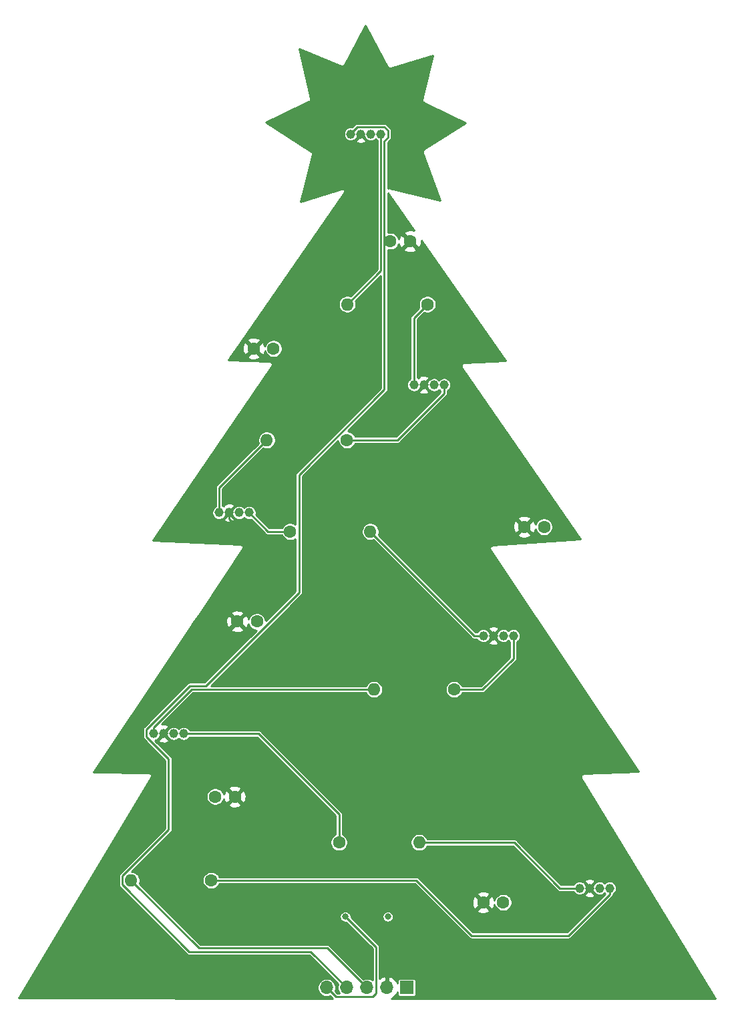
<source format=gbr>
%TF.GenerationSoftware,KiCad,Pcbnew,5.99.0+really5.1.10+dfsg1-1*%
%TF.CreationDate,2021-11-26T09:44:29+01:00*%
%TF.ProjectId,stromcek-led,7374726f-6d63-4656-9b2d-6c65642e6b69,rev?*%
%TF.SameCoordinates,Original*%
%TF.FileFunction,Copper,L2,Bot*%
%TF.FilePolarity,Positive*%
%FSLAX46Y46*%
G04 Gerber Fmt 4.6, Leading zero omitted, Abs format (unit mm)*
G04 Created by KiCad (PCBNEW 5.99.0+really5.1.10+dfsg1-1) date 2021-11-26 09:44:29*
%MOMM*%
%LPD*%
G01*
G04 APERTURE LIST*
%TA.AperFunction,ComponentPad*%
%ADD10O,1.600000X1.600000*%
%TD*%
%TA.AperFunction,ComponentPad*%
%ADD11C,1.600000*%
%TD*%
%TA.AperFunction,ComponentPad*%
%ADD12C,1.150000*%
%TD*%
%TA.AperFunction,ComponentPad*%
%ADD13O,1.700000X1.700000*%
%TD*%
%TA.AperFunction,ComponentPad*%
%ADD14R,1.700000X1.700000*%
%TD*%
%TA.AperFunction,ViaPad*%
%ADD15C,0.800000*%
%TD*%
%TA.AperFunction,Conductor*%
%ADD16C,0.250000*%
%TD*%
%TA.AperFunction,Conductor*%
%ADD17C,0.254000*%
%TD*%
%TA.AperFunction,Conductor*%
%ADD18C,0.100000*%
%TD*%
G04 APERTURE END LIST*
D10*
%TO.P,R4,2*%
%TO.N,Net-(D5-Pad1)*%
X140840000Y-117800000D03*
D11*
%TO.P,R4,1*%
%TO.N,Net-(D4-Pad4)*%
X151000000Y-117800000D03*
%TD*%
D12*
%TO.P,D5,4*%
%TO.N,Net-(D5-Pad4)*%
X116700000Y-123400000D03*
%TO.P,D5,3*%
%TO.N,/GND*%
X115430000Y-123400000D03*
%TO.P,D5,2*%
%TO.N,/VCC*%
X114170000Y-123400000D03*
%TO.P,D5,1*%
%TO.N,Net-(D5-Pad1)*%
X112900000Y-123400000D03*
%TD*%
D13*
%TO.P,J1,5*%
%TO.N,/SW*%
X134840000Y-155600000D03*
%TO.P,J1,4*%
%TO.N,/DOUT*%
X137380000Y-155600000D03*
%TO.P,J1,3*%
%TO.N,/DIN*%
X139920000Y-155600000D03*
%TO.P,J1,2*%
%TO.N,/VCC*%
X142460000Y-155600000D03*
D14*
%TO.P,J1,1*%
%TO.N,/GND*%
X145000000Y-155600000D03*
%TD*%
D10*
%TO.P,R2,2*%
%TO.N,Net-(D3-Pad1)*%
X127240000Y-86200000D03*
D11*
%TO.P,R2,1*%
%TO.N,Net-(D2-Pad4)*%
X137400000Y-86200000D03*
%TD*%
D10*
%TO.P,R3,2*%
%TO.N,Net-(D4-Pad1)*%
X140360000Y-97800000D03*
D11*
%TO.P,R3,1*%
%TO.N,Net-(D3-Pad4)*%
X130200000Y-97800000D03*
%TD*%
D12*
%TO.P,D6,4*%
%TO.N,Net-(D6-Pad4)*%
X170700000Y-143000000D03*
%TO.P,D6,3*%
%TO.N,/GND*%
X169430000Y-143000000D03*
%TO.P,D6,2*%
%TO.N,/VCC*%
X168170000Y-143000000D03*
%TO.P,D6,1*%
%TO.N,Net-(D6-Pad1)*%
X166900000Y-143000000D03*
%TD*%
%TO.P,D4,4*%
%TO.N,Net-(D4-Pad4)*%
X158500000Y-111000000D03*
%TO.P,D4,3*%
%TO.N,/GND*%
X157230000Y-111000000D03*
%TO.P,D4,2*%
%TO.N,/VCC*%
X155970000Y-111000000D03*
%TO.P,D4,1*%
%TO.N,Net-(D4-Pad1)*%
X154700000Y-111000000D03*
%TD*%
%TO.P,D3,4*%
%TO.N,Net-(D3-Pad4)*%
X125000000Y-95400000D03*
%TO.P,D3,3*%
%TO.N,/GND*%
X123730000Y-95400000D03*
%TO.P,D3,2*%
%TO.N,/VCC*%
X122470000Y-95400000D03*
%TO.P,D3,1*%
%TO.N,Net-(D3-Pad1)*%
X121200000Y-95400000D03*
%TD*%
D11*
%TO.P,C6,2*%
%TO.N,/VCC*%
X154700000Y-144800000D03*
%TO.P,C6,1*%
%TO.N,/GND*%
X157200000Y-144800000D03*
%TD*%
D12*
%TO.P,D1,4*%
%TO.N,Net-(D1-Pad4)*%
X141700000Y-47400000D03*
%TO.P,D1,3*%
%TO.N,/GND*%
X140430000Y-47400000D03*
%TO.P,D1,2*%
%TO.N,/VCC*%
X139170000Y-47400000D03*
%TO.P,D1,1*%
%TO.N,/DOUT*%
X137900000Y-47400000D03*
%TD*%
D11*
%TO.P,C3,2*%
%TO.N,/VCC*%
X123500000Y-109200000D03*
%TO.P,C3,1*%
%TO.N,/GND*%
X126000000Y-109200000D03*
%TD*%
%TO.P,C5,2*%
%TO.N,/VCC*%
X123200000Y-131400000D03*
%TO.P,C5,1*%
%TO.N,/GND*%
X120700000Y-131400000D03*
%TD*%
D12*
%TO.P,D2,4*%
%TO.N,Net-(D2-Pad4)*%
X149700000Y-79200000D03*
%TO.P,D2,3*%
%TO.N,/GND*%
X148430000Y-79200000D03*
%TO.P,D2,2*%
%TO.N,/VCC*%
X147170000Y-79200000D03*
%TO.P,D2,1*%
%TO.N,Net-(D2-Pad1)*%
X145900000Y-79200000D03*
%TD*%
D10*
%TO.P,R6,2*%
%TO.N,/DIN*%
X110040000Y-142000000D03*
D11*
%TO.P,R6,1*%
%TO.N,Net-(D6-Pad4)*%
X120200000Y-142000000D03*
%TD*%
D10*
%TO.P,R1,2*%
%TO.N,Net-(D1-Pad4)*%
X137440000Y-69000000D03*
D11*
%TO.P,R1,1*%
%TO.N,Net-(D2-Pad1)*%
X147600000Y-69000000D03*
%TD*%
D10*
%TO.P,R5,2*%
%TO.N,Net-(D6-Pad1)*%
X146560000Y-137200000D03*
D11*
%TO.P,R5,1*%
%TO.N,Net-(D5-Pad4)*%
X136400000Y-137200000D03*
%TD*%
%TO.P,C1,2*%
%TO.N,/VCC*%
X145400000Y-61000000D03*
%TO.P,C1,1*%
%TO.N,/GND*%
X142900000Y-61000000D03*
%TD*%
%TO.P,C2,2*%
%TO.N,/GND*%
X128100000Y-74600000D03*
%TO.P,C2,1*%
%TO.N,/VCC*%
X125600000Y-74600000D03*
%TD*%
%TO.P,C4,2*%
%TO.N,/VCC*%
X159900000Y-97200000D03*
%TO.P,C4,1*%
%TO.N,/GND*%
X162400000Y-97200000D03*
%TD*%
D15*
%TO.N,/SW*%
X137200000Y-146600000D03*
%TO.N,/GND*%
X142600000Y-146600000D03*
%TD*%
D16*
%TO.N,Net-(D1-Pad4)*%
X141700000Y-64740000D02*
X141700000Y-47400000D01*
X137440000Y-69000000D02*
X141700000Y-64740000D01*
%TO.N,Net-(D2-Pad4)*%
X137400000Y-86200000D02*
X143800000Y-86200000D01*
X149700000Y-80300000D02*
X149700000Y-79200000D01*
X143800000Y-86200000D02*
X149700000Y-80300000D01*
%TO.N,Net-(D3-Pad4)*%
X127400000Y-97800000D02*
X125000000Y-95400000D01*
X130200000Y-97800000D02*
X127400000Y-97800000D01*
%TO.N,Net-(D4-Pad4)*%
X151000000Y-117800000D02*
X154600000Y-117800000D01*
X158500000Y-113900000D02*
X158500000Y-111000000D01*
X154600000Y-117800000D02*
X158500000Y-113900000D01*
%TO.N,Net-(D5-Pad4)*%
X136400000Y-137200000D02*
X136400000Y-133600000D01*
X126200000Y-123400000D02*
X116700000Y-123400000D01*
X136400000Y-133600000D02*
X126200000Y-123400000D01*
%TO.N,/VCC*%
X122470000Y-96213172D02*
X122470000Y-95400000D01*
X124299999Y-98043171D02*
X122470000Y-96213172D01*
X124299999Y-108400001D02*
X124299999Y-98043171D01*
X123500000Y-109200000D02*
X124299999Y-108400001D01*
%TO.N,/DOUT*%
X137900000Y-47337998D02*
X137900000Y-47400000D01*
X142132001Y-46499999D02*
X138737999Y-46499999D01*
X142150010Y-48281992D02*
X142600001Y-47832001D01*
X142150010Y-79784988D02*
X142150010Y-48281992D01*
X137380000Y-155600000D02*
X132830009Y-151050009D01*
X117500427Y-117349991D02*
X119515012Y-117349990D01*
X132830009Y-151050009D02*
X117425007Y-151050009D01*
X117425007Y-151050009D02*
X108914999Y-142540001D01*
X138737999Y-46499999D02*
X137900000Y-47337998D01*
X142600001Y-46967999D02*
X142132001Y-46499999D01*
X108914999Y-141459999D02*
X114800000Y-135574998D01*
X114800000Y-135574998D02*
X114800000Y-126632002D01*
X114800000Y-126632002D02*
X111999999Y-123832001D01*
X111999999Y-123832001D02*
X111999999Y-122850419D01*
X111999999Y-122850419D02*
X117500427Y-117349991D01*
X108914999Y-142540001D02*
X108914999Y-141459999D01*
X131325001Y-105540001D02*
X131325001Y-90609997D01*
X142600001Y-47832001D02*
X142600001Y-46967999D01*
X119515012Y-117349990D02*
X131325001Y-105540001D01*
X131325001Y-90609997D02*
X142150010Y-79784988D01*
%TO.N,/DIN*%
X110040000Y-142000000D02*
X118640000Y-150600000D01*
X134920000Y-150600000D02*
X134200000Y-150600000D01*
X139920000Y-155600000D02*
X134920000Y-150600000D01*
X134200000Y-150600000D02*
X134520000Y-150600000D01*
X118640000Y-150600000D02*
X134200000Y-150600000D01*
%TO.N,Net-(D2-Pad1)*%
X145900000Y-70700000D02*
X147600000Y-69000000D01*
X145900000Y-79200000D02*
X145900000Y-70700000D01*
%TO.N,Net-(D3-Pad1)*%
X121200000Y-92240000D02*
X127240000Y-86200000D01*
X121200000Y-95400000D02*
X121200000Y-92240000D01*
%TO.N,Net-(D4-Pad1)*%
X153560000Y-111000000D02*
X140360000Y-97800000D01*
X154700000Y-111000000D02*
X153560000Y-111000000D01*
%TO.N,Net-(D5-Pad1)*%
X117686828Y-117800000D02*
X140840000Y-117800000D01*
X112900000Y-122586828D02*
X117686828Y-117800000D01*
X112900000Y-123400000D02*
X112900000Y-122586828D01*
%TO.N,Net-(D6-Pad4)*%
X120200000Y-142000000D02*
X146200000Y-142000000D01*
X146200000Y-142000000D02*
X153200000Y-149000000D01*
X170700000Y-143813172D02*
X170700000Y-143000000D01*
X165513172Y-149000000D02*
X170700000Y-143813172D01*
X153200000Y-149000000D02*
X165513172Y-149000000D01*
%TO.N,Net-(D6-Pad1)*%
X166900000Y-143000000D02*
X164400000Y-143000000D01*
X158600000Y-137200000D02*
X146560000Y-137200000D01*
X164400000Y-143000000D02*
X158600000Y-137200000D01*
%TO.N,/SW*%
X136015001Y-156775001D02*
X134840000Y-155600000D01*
X141095001Y-156353999D02*
X140673999Y-156775001D01*
X140673999Y-156775001D02*
X136015001Y-156775001D01*
X141095001Y-150495001D02*
X141095001Y-156353999D01*
X137200000Y-146600000D02*
X141095001Y-150495001D01*
%TD*%
D17*
%TO.N,/VCC*%
X145941945Y-59668899D02*
X145886004Y-59642429D01*
X145611816Y-59573700D01*
X145329488Y-59559783D01*
X145049870Y-59601213D01*
X144783708Y-59696397D01*
X144658486Y-59763329D01*
X144586903Y-60007298D01*
X145400000Y-60820395D01*
X145414143Y-60806253D01*
X145593748Y-60985858D01*
X145579605Y-61000000D01*
X146392702Y-61813097D01*
X146636671Y-61741514D01*
X146757571Y-61486004D01*
X146826300Y-61211816D01*
X146839576Y-60942486D01*
X157544254Y-76130616D01*
X152255727Y-76397265D01*
X152244579Y-76396339D01*
X152221174Y-76399007D01*
X152215005Y-76399318D01*
X152204005Y-76400964D01*
X152175687Y-76404192D01*
X152169767Y-76406087D01*
X152163615Y-76407008D01*
X152136782Y-76416648D01*
X152109651Y-76425335D01*
X152104214Y-76428349D01*
X152098361Y-76430452D01*
X152073931Y-76445138D01*
X152049009Y-76458954D01*
X152044264Y-76462971D01*
X152038933Y-76466176D01*
X152017833Y-76485349D01*
X151996090Y-76503758D01*
X151992222Y-76508622D01*
X151987617Y-76512806D01*
X151970657Y-76535736D01*
X151952930Y-76558025D01*
X151950085Y-76563549D01*
X151946385Y-76568552D01*
X151934229Y-76594341D01*
X151921185Y-76619670D01*
X151919471Y-76625647D01*
X151916820Y-76631272D01*
X151909930Y-76658929D01*
X151902077Y-76686322D01*
X151901563Y-76692518D01*
X151900059Y-76698553D01*
X151898697Y-76727025D01*
X151896339Y-76755421D01*
X151897043Y-76761599D01*
X151896746Y-76767811D01*
X151900965Y-76796004D01*
X151904192Y-76824313D01*
X151906087Y-76830233D01*
X151907008Y-76836385D01*
X151916648Y-76863218D01*
X151925335Y-76890349D01*
X151928349Y-76895786D01*
X151930452Y-76901639D01*
X151945132Y-76926059D01*
X151950529Y-76935795D01*
X151954043Y-76940884D01*
X151966176Y-76961067D01*
X151973698Y-76969345D01*
X167010327Y-98743167D01*
X155854254Y-99546782D01*
X155849232Y-99546299D01*
X155819728Y-99549270D01*
X155807463Y-99550153D01*
X155802518Y-99551002D01*
X155780242Y-99553245D01*
X155768428Y-99556857D01*
X155756250Y-99558948D01*
X155735349Y-99566969D01*
X155713934Y-99573516D01*
X155703047Y-99579366D01*
X155691516Y-99583791D01*
X155672580Y-99595736D01*
X155652855Y-99606335D01*
X155643322Y-99614193D01*
X155632871Y-99620786D01*
X155616626Y-99636199D01*
X155599351Y-99650439D01*
X155591536Y-99660004D01*
X155582571Y-99668510D01*
X155569644Y-99686798D01*
X155555481Y-99704133D01*
X155549681Y-99715041D01*
X155542549Y-99725131D01*
X155533441Y-99745583D01*
X155522928Y-99765355D01*
X155519366Y-99777188D01*
X155514341Y-99788473D01*
X155509398Y-99810307D01*
X155502944Y-99831751D01*
X155501760Y-99844048D01*
X155499032Y-99856099D01*
X155498444Y-99878488D01*
X155496299Y-99900768D01*
X155497536Y-99913058D01*
X155497212Y-99925412D01*
X155501002Y-99947483D01*
X155503245Y-99969758D01*
X155506857Y-99981572D01*
X155508948Y-99993750D01*
X155516969Y-100014651D01*
X155523516Y-100036066D01*
X155529365Y-100046952D01*
X155533791Y-100058484D01*
X155545738Y-100077422D01*
X155548111Y-100081839D01*
X155554957Y-100092037D01*
X155570786Y-100117129D01*
X155574261Y-100120791D01*
X174409164Y-128176952D01*
X167416724Y-128496868D01*
X167414923Y-128496613D01*
X167382101Y-128498452D01*
X167366639Y-128499159D01*
X167364853Y-128499418D01*
X167345694Y-128500491D01*
X167330615Y-128504379D01*
X167315214Y-128506610D01*
X167297135Y-128513010D01*
X167278552Y-128517801D01*
X167264522Y-128524555D01*
X167249851Y-128529749D01*
X167233365Y-128539555D01*
X167216077Y-128547878D01*
X167203635Y-128557239D01*
X167190258Y-128565196D01*
X167176002Y-128578030D01*
X167160670Y-128589565D01*
X167150295Y-128601171D01*
X167138725Y-128611587D01*
X167127246Y-128626956D01*
X167114460Y-128641260D01*
X167106547Y-128654671D01*
X167097234Y-128667140D01*
X167088976Y-128684450D01*
X167079223Y-128700978D01*
X167074078Y-128715676D01*
X167067377Y-128729721D01*
X167062654Y-128748311D01*
X167056314Y-128766421D01*
X167054136Y-128781833D01*
X167050302Y-128796924D01*
X167049296Y-128816090D01*
X167046613Y-128835077D01*
X167047483Y-128850615D01*
X167046667Y-128866165D01*
X167049418Y-128885151D01*
X167050491Y-128904306D01*
X167054378Y-128919384D01*
X167056610Y-128934786D01*
X167063010Y-128952865D01*
X167067801Y-128971448D01*
X167074555Y-128985477D01*
X167079749Y-129000149D01*
X167089556Y-129016636D01*
X167090341Y-129018267D01*
X167098409Y-129031519D01*
X167115196Y-129059742D01*
X167116412Y-129061093D01*
X184123403Y-156997651D01*
X143010533Y-156974708D01*
X143226920Y-156871641D01*
X143460269Y-156697588D01*
X143655178Y-156481355D01*
X143804157Y-156231252D01*
X143821418Y-156182592D01*
X143821418Y-156450000D01*
X143827732Y-156514103D01*
X143846430Y-156575743D01*
X143876794Y-156632550D01*
X143917657Y-156682343D01*
X143967450Y-156723206D01*
X144024257Y-156753570D01*
X144085897Y-156772268D01*
X144150000Y-156778582D01*
X145850000Y-156778582D01*
X145914103Y-156772268D01*
X145975743Y-156753570D01*
X146032550Y-156723206D01*
X146082343Y-156682343D01*
X146123206Y-156632550D01*
X146153570Y-156575743D01*
X146172268Y-156514103D01*
X146178582Y-156450000D01*
X146178582Y-154750000D01*
X146172268Y-154685897D01*
X146153570Y-154624257D01*
X146123206Y-154567450D01*
X146082343Y-154517657D01*
X146032550Y-154476794D01*
X145975743Y-154446430D01*
X145914103Y-154427732D01*
X145850000Y-154421418D01*
X144150000Y-154421418D01*
X144085897Y-154427732D01*
X144024257Y-154446430D01*
X143967450Y-154476794D01*
X143917657Y-154517657D01*
X143876794Y-154567450D01*
X143846430Y-154624257D01*
X143827732Y-154685897D01*
X143821418Y-154750000D01*
X143821418Y-155017408D01*
X143804157Y-154968748D01*
X143655178Y-154718645D01*
X143460269Y-154502412D01*
X143226920Y-154328359D01*
X142964099Y-154203175D01*
X142816890Y-154158524D01*
X142587000Y-154279845D01*
X142587000Y-155473000D01*
X142607000Y-155473000D01*
X142607000Y-155727000D01*
X142587000Y-155727000D01*
X142587000Y-155747000D01*
X142333000Y-155747000D01*
X142333000Y-155727000D01*
X142313000Y-155727000D01*
X142313000Y-155473000D01*
X142333000Y-155473000D01*
X142333000Y-154279845D01*
X142103110Y-154158524D01*
X141955901Y-154203175D01*
X141693080Y-154328359D01*
X141547001Y-154437318D01*
X141547001Y-150517205D01*
X141549188Y-150495000D01*
X141540461Y-150406393D01*
X141522646Y-150347667D01*
X141514615Y-150321191D01*
X141472644Y-150242668D01*
X141416160Y-150173842D01*
X141398913Y-150159688D01*
X137924317Y-146685093D01*
X137927000Y-146671603D01*
X137927000Y-146528397D01*
X141873000Y-146528397D01*
X141873000Y-146671603D01*
X141900938Y-146812058D01*
X141955741Y-146944364D01*
X142035302Y-147063436D01*
X142136564Y-147164698D01*
X142255636Y-147244259D01*
X142387942Y-147299062D01*
X142528397Y-147327000D01*
X142671603Y-147327000D01*
X142812058Y-147299062D01*
X142944364Y-147244259D01*
X143063436Y-147164698D01*
X143164698Y-147063436D01*
X143244259Y-146944364D01*
X143299062Y-146812058D01*
X143327000Y-146671603D01*
X143327000Y-146528397D01*
X143299062Y-146387942D01*
X143244259Y-146255636D01*
X143164698Y-146136564D01*
X143063436Y-146035302D01*
X142944364Y-145955741D01*
X142812058Y-145900938D01*
X142671603Y-145873000D01*
X142528397Y-145873000D01*
X142387942Y-145900938D01*
X142255636Y-145955741D01*
X142136564Y-146035302D01*
X142035302Y-146136564D01*
X141955741Y-146255636D01*
X141900938Y-146387942D01*
X141873000Y-146528397D01*
X137927000Y-146528397D01*
X137899062Y-146387942D01*
X137844259Y-146255636D01*
X137764698Y-146136564D01*
X137663436Y-146035302D01*
X137544364Y-145955741D01*
X137412058Y-145900938D01*
X137271603Y-145873000D01*
X137128397Y-145873000D01*
X136987942Y-145900938D01*
X136855636Y-145955741D01*
X136736564Y-146035302D01*
X136635302Y-146136564D01*
X136555741Y-146255636D01*
X136500938Y-146387942D01*
X136473000Y-146528397D01*
X136473000Y-146671603D01*
X136500938Y-146812058D01*
X136555741Y-146944364D01*
X136635302Y-147063436D01*
X136736564Y-147164698D01*
X136855636Y-147244259D01*
X136987942Y-147299062D01*
X137128397Y-147327000D01*
X137271603Y-147327000D01*
X137285093Y-147324317D01*
X140643001Y-150682226D01*
X140643002Y-154667528D01*
X140477519Y-154556956D01*
X140263318Y-154468231D01*
X140035924Y-154423000D01*
X139804076Y-154423000D01*
X139576682Y-154468231D01*
X139471162Y-154511939D01*
X135255323Y-150296100D01*
X135241159Y-150278841D01*
X135172333Y-150222357D01*
X135093810Y-150180386D01*
X135008607Y-150154540D01*
X134942205Y-150148000D01*
X134920000Y-150145813D01*
X134897795Y-150148000D01*
X118827224Y-150148000D01*
X111089793Y-142410569D01*
X111123690Y-142328734D01*
X111167000Y-142111000D01*
X111167000Y-141889000D01*
X119073000Y-141889000D01*
X119073000Y-142111000D01*
X119116310Y-142328734D01*
X119201266Y-142533835D01*
X119324602Y-142718421D01*
X119481579Y-142875398D01*
X119666165Y-142998734D01*
X119871266Y-143083690D01*
X120089000Y-143127000D01*
X120311000Y-143127000D01*
X120528734Y-143083690D01*
X120733835Y-142998734D01*
X120918421Y-142875398D01*
X121075398Y-142718421D01*
X121198734Y-142533835D01*
X121232631Y-142452000D01*
X146012777Y-142452000D01*
X152864681Y-149303905D01*
X152878841Y-149321159D01*
X152947667Y-149377643D01*
X153026190Y-149419614D01*
X153111392Y-149445460D01*
X153200000Y-149454187D01*
X153222205Y-149452000D01*
X165490967Y-149452000D01*
X165513172Y-149454187D01*
X165535377Y-149452000D01*
X165601779Y-149445460D01*
X165686982Y-149419614D01*
X165765505Y-149377643D01*
X165834331Y-149321159D01*
X165848495Y-149303900D01*
X171003906Y-144148490D01*
X171021159Y-144134331D01*
X171077643Y-144065505D01*
X171119614Y-143986982D01*
X171145460Y-143901779D01*
X171152000Y-143835377D01*
X171152000Y-143835376D01*
X171154187Y-143813172D01*
X171152000Y-143790967D01*
X171152000Y-143782809D01*
X171274991Y-143700629D01*
X171400629Y-143574991D01*
X171499342Y-143427257D01*
X171567336Y-143263104D01*
X171602000Y-143088839D01*
X171602000Y-142911161D01*
X171567336Y-142736896D01*
X171499342Y-142572743D01*
X171400629Y-142425009D01*
X171274991Y-142299371D01*
X171127257Y-142200658D01*
X170963104Y-142132664D01*
X170788839Y-142098000D01*
X170611161Y-142098000D01*
X170436896Y-142132664D01*
X170272743Y-142200658D01*
X170125009Y-142299371D01*
X170065000Y-142359380D01*
X170004991Y-142299371D01*
X169857257Y-142200658D01*
X169693104Y-142132664D01*
X169518839Y-142098000D01*
X169341161Y-142098000D01*
X169166896Y-142132664D01*
X169002743Y-142200658D01*
X168855009Y-142299371D01*
X168729371Y-142425009D01*
X168630658Y-142572743D01*
X168562664Y-142736896D01*
X168550237Y-142799368D01*
X168349605Y-143000000D01*
X168550237Y-143200632D01*
X168562664Y-143263104D01*
X168630658Y-143427257D01*
X168729371Y-143574991D01*
X168855009Y-143700629D01*
X169002743Y-143799342D01*
X169166896Y-143867336D01*
X169341161Y-143902000D01*
X169518839Y-143902000D01*
X169693104Y-143867336D01*
X169857257Y-143799342D01*
X170004991Y-143700629D01*
X170065000Y-143640620D01*
X170125009Y-143700629D01*
X170153969Y-143719979D01*
X165325949Y-148548000D01*
X153387224Y-148548000D01*
X150631926Y-145792702D01*
X153886903Y-145792702D01*
X153958486Y-146036671D01*
X154213996Y-146157571D01*
X154488184Y-146226300D01*
X154770512Y-146240217D01*
X155050130Y-146198787D01*
X155316292Y-146103603D01*
X155441514Y-146036671D01*
X155513097Y-145792702D01*
X154700000Y-144979605D01*
X153886903Y-145792702D01*
X150631926Y-145792702D01*
X149709736Y-144870512D01*
X153259783Y-144870512D01*
X153301213Y-145150130D01*
X153396397Y-145416292D01*
X153463329Y-145541514D01*
X153707298Y-145613097D01*
X154520395Y-144800000D01*
X154879605Y-144800000D01*
X155692702Y-145613097D01*
X155936671Y-145541514D01*
X156057571Y-145286004D01*
X156107763Y-145085767D01*
X156116310Y-145128734D01*
X156201266Y-145333835D01*
X156324602Y-145518421D01*
X156481579Y-145675398D01*
X156666165Y-145798734D01*
X156871266Y-145883690D01*
X157089000Y-145927000D01*
X157311000Y-145927000D01*
X157528734Y-145883690D01*
X157733835Y-145798734D01*
X157918421Y-145675398D01*
X158075398Y-145518421D01*
X158198734Y-145333835D01*
X158283690Y-145128734D01*
X158327000Y-144911000D01*
X158327000Y-144689000D01*
X158283690Y-144471266D01*
X158198734Y-144266165D01*
X158075398Y-144081579D01*
X157918421Y-143924602D01*
X157733835Y-143801266D01*
X157528734Y-143716310D01*
X157311000Y-143673000D01*
X157089000Y-143673000D01*
X156871266Y-143716310D01*
X156666165Y-143801266D01*
X156481579Y-143924602D01*
X156324602Y-144081579D01*
X156201266Y-144266165D01*
X156116310Y-144471266D01*
X156108084Y-144512619D01*
X156098787Y-144449870D01*
X156003603Y-144183708D01*
X155936671Y-144058486D01*
X155692702Y-143986903D01*
X154879605Y-144800000D01*
X154520395Y-144800000D01*
X153707298Y-143986903D01*
X153463329Y-144058486D01*
X153342429Y-144313996D01*
X153273700Y-144588184D01*
X153259783Y-144870512D01*
X149709736Y-144870512D01*
X148646522Y-143807298D01*
X153886903Y-143807298D01*
X154700000Y-144620395D01*
X155513097Y-143807298D01*
X155441514Y-143563329D01*
X155186004Y-143442429D01*
X154911816Y-143373700D01*
X154629488Y-143359783D01*
X154349870Y-143401213D01*
X154083708Y-143496397D01*
X153958486Y-143563329D01*
X153886903Y-143807298D01*
X148646522Y-143807298D01*
X146535323Y-141696100D01*
X146521159Y-141678841D01*
X146452333Y-141622357D01*
X146373810Y-141580386D01*
X146288607Y-141554540D01*
X146222205Y-141548000D01*
X146200000Y-141545813D01*
X146177795Y-141548000D01*
X121232631Y-141548000D01*
X121198734Y-141466165D01*
X121075398Y-141281579D01*
X120918421Y-141124602D01*
X120733835Y-141001266D01*
X120528734Y-140916310D01*
X120311000Y-140873000D01*
X120089000Y-140873000D01*
X119871266Y-140916310D01*
X119666165Y-141001266D01*
X119481579Y-141124602D01*
X119324602Y-141281579D01*
X119201266Y-141466165D01*
X119116310Y-141671266D01*
X119073000Y-141889000D01*
X111167000Y-141889000D01*
X111123690Y-141671266D01*
X111038734Y-141466165D01*
X110915398Y-141281579D01*
X110758421Y-141124602D01*
X110573835Y-141001266D01*
X110368734Y-140916310D01*
X110151000Y-140873000D01*
X110141221Y-140873000D01*
X115103912Y-135910311D01*
X115121159Y-135896157D01*
X115177643Y-135827331D01*
X115219614Y-135748808D01*
X115245460Y-135663605D01*
X115252000Y-135597203D01*
X115252000Y-135597202D01*
X115254187Y-135574999D01*
X115252000Y-135552794D01*
X115252000Y-131289000D01*
X119573000Y-131289000D01*
X119573000Y-131511000D01*
X119616310Y-131728734D01*
X119701266Y-131933835D01*
X119824602Y-132118421D01*
X119981579Y-132275398D01*
X120166165Y-132398734D01*
X120371266Y-132483690D01*
X120589000Y-132527000D01*
X120811000Y-132527000D01*
X121028734Y-132483690D01*
X121233835Y-132398734D01*
X121242862Y-132392702D01*
X122386903Y-132392702D01*
X122458486Y-132636671D01*
X122713996Y-132757571D01*
X122988184Y-132826300D01*
X123270512Y-132840217D01*
X123550130Y-132798787D01*
X123816292Y-132703603D01*
X123941514Y-132636671D01*
X124013097Y-132392702D01*
X123200000Y-131579605D01*
X122386903Y-132392702D01*
X121242862Y-132392702D01*
X121418421Y-132275398D01*
X121575398Y-132118421D01*
X121698734Y-131933835D01*
X121783690Y-131728734D01*
X121791916Y-131687381D01*
X121801213Y-131750130D01*
X121896397Y-132016292D01*
X121963329Y-132141514D01*
X122207298Y-132213097D01*
X123020395Y-131400000D01*
X123379605Y-131400000D01*
X124192702Y-132213097D01*
X124436671Y-132141514D01*
X124557571Y-131886004D01*
X124626300Y-131611816D01*
X124640217Y-131329488D01*
X124598787Y-131049870D01*
X124503603Y-130783708D01*
X124436671Y-130658486D01*
X124192702Y-130586903D01*
X123379605Y-131400000D01*
X123020395Y-131400000D01*
X122207298Y-130586903D01*
X121963329Y-130658486D01*
X121842429Y-130913996D01*
X121792237Y-131114233D01*
X121783690Y-131071266D01*
X121698734Y-130866165D01*
X121575398Y-130681579D01*
X121418421Y-130524602D01*
X121242863Y-130407298D01*
X122386903Y-130407298D01*
X123200000Y-131220395D01*
X124013097Y-130407298D01*
X123941514Y-130163329D01*
X123686004Y-130042429D01*
X123411816Y-129973700D01*
X123129488Y-129959783D01*
X122849870Y-130001213D01*
X122583708Y-130096397D01*
X122458486Y-130163329D01*
X122386903Y-130407298D01*
X121242863Y-130407298D01*
X121233835Y-130401266D01*
X121028734Y-130316310D01*
X120811000Y-130273000D01*
X120589000Y-130273000D01*
X120371266Y-130316310D01*
X120166165Y-130401266D01*
X119981579Y-130524602D01*
X119824602Y-130681579D01*
X119701266Y-130866165D01*
X119616310Y-131071266D01*
X119573000Y-131289000D01*
X115252000Y-131289000D01*
X115252000Y-126654206D01*
X115254187Y-126632001D01*
X115245460Y-126543394D01*
X115239444Y-126523564D01*
X115219614Y-126458192D01*
X115177643Y-126379669D01*
X115121159Y-126310843D01*
X115103911Y-126296688D01*
X113089249Y-124282027D01*
X113163104Y-124267336D01*
X113248717Y-124231874D01*
X113517731Y-124231874D01*
X113561993Y-124452916D01*
X113779089Y-124551301D01*
X114011208Y-124605442D01*
X114249429Y-124613258D01*
X114484598Y-124574450D01*
X114707677Y-124490509D01*
X114778007Y-124452916D01*
X114822269Y-124231874D01*
X114170000Y-123579605D01*
X113517731Y-124231874D01*
X113248717Y-124231874D01*
X113327257Y-124199342D01*
X113474991Y-124100629D01*
X113600629Y-123974991D01*
X113699342Y-123827257D01*
X113767336Y-123663104D01*
X113777279Y-123613116D01*
X113990395Y-123400000D01*
X114349605Y-123400000D01*
X114550237Y-123600632D01*
X114562664Y-123663104D01*
X114630658Y-123827257D01*
X114729371Y-123974991D01*
X114855009Y-124100629D01*
X115002743Y-124199342D01*
X115166896Y-124267336D01*
X115341161Y-124302000D01*
X115518839Y-124302000D01*
X115693104Y-124267336D01*
X115857257Y-124199342D01*
X116004991Y-124100629D01*
X116065000Y-124040620D01*
X116125009Y-124100629D01*
X116272743Y-124199342D01*
X116436896Y-124267336D01*
X116611161Y-124302000D01*
X116788839Y-124302000D01*
X116963104Y-124267336D01*
X117127257Y-124199342D01*
X117274991Y-124100629D01*
X117400629Y-123974991D01*
X117482809Y-123852000D01*
X126012777Y-123852000D01*
X135948001Y-133787226D01*
X135948000Y-136167369D01*
X135866165Y-136201266D01*
X135681579Y-136324602D01*
X135524602Y-136481579D01*
X135401266Y-136666165D01*
X135316310Y-136871266D01*
X135273000Y-137089000D01*
X135273000Y-137311000D01*
X135316310Y-137528734D01*
X135401266Y-137733835D01*
X135524602Y-137918421D01*
X135681579Y-138075398D01*
X135866165Y-138198734D01*
X136071266Y-138283690D01*
X136289000Y-138327000D01*
X136511000Y-138327000D01*
X136728734Y-138283690D01*
X136933835Y-138198734D01*
X137118421Y-138075398D01*
X137275398Y-137918421D01*
X137398734Y-137733835D01*
X137483690Y-137528734D01*
X137527000Y-137311000D01*
X137527000Y-137089000D01*
X145433000Y-137089000D01*
X145433000Y-137311000D01*
X145476310Y-137528734D01*
X145561266Y-137733835D01*
X145684602Y-137918421D01*
X145841579Y-138075398D01*
X146026165Y-138198734D01*
X146231266Y-138283690D01*
X146449000Y-138327000D01*
X146671000Y-138327000D01*
X146888734Y-138283690D01*
X147093835Y-138198734D01*
X147278421Y-138075398D01*
X147435398Y-137918421D01*
X147558734Y-137733835D01*
X147592631Y-137652000D01*
X158412777Y-137652000D01*
X164064681Y-143303905D01*
X164078841Y-143321159D01*
X164147667Y-143377643D01*
X164226190Y-143419614D01*
X164311392Y-143445460D01*
X164400000Y-143454187D01*
X164422205Y-143452000D01*
X166117191Y-143452000D01*
X166199371Y-143574991D01*
X166325009Y-143700629D01*
X166472743Y-143799342D01*
X166636896Y-143867336D01*
X166811161Y-143902000D01*
X166988839Y-143902000D01*
X167163104Y-143867336D01*
X167248717Y-143831874D01*
X167517731Y-143831874D01*
X167561993Y-144052916D01*
X167779089Y-144151301D01*
X168011208Y-144205442D01*
X168249429Y-144213258D01*
X168484598Y-144174450D01*
X168707677Y-144090509D01*
X168778007Y-144052916D01*
X168822269Y-143831874D01*
X168170000Y-143179605D01*
X167517731Y-143831874D01*
X167248717Y-143831874D01*
X167327257Y-143799342D01*
X167474991Y-143700629D01*
X167600629Y-143574991D01*
X167699342Y-143427257D01*
X167767336Y-143263104D01*
X167777279Y-143213116D01*
X167990395Y-143000000D01*
X167777279Y-142786884D01*
X167767336Y-142736896D01*
X167699342Y-142572743D01*
X167600629Y-142425009D01*
X167474991Y-142299371D01*
X167327257Y-142200658D01*
X167248718Y-142168126D01*
X167517731Y-142168126D01*
X168170000Y-142820395D01*
X168822269Y-142168126D01*
X168778007Y-141947084D01*
X168560911Y-141848699D01*
X168328792Y-141794558D01*
X168090571Y-141786742D01*
X167855402Y-141825550D01*
X167632323Y-141909491D01*
X167561993Y-141947084D01*
X167517731Y-142168126D01*
X167248718Y-142168126D01*
X167163104Y-142132664D01*
X166988839Y-142098000D01*
X166811161Y-142098000D01*
X166636896Y-142132664D01*
X166472743Y-142200658D01*
X166325009Y-142299371D01*
X166199371Y-142425009D01*
X166117191Y-142548000D01*
X164587224Y-142548000D01*
X158935323Y-136896100D01*
X158921159Y-136878841D01*
X158852333Y-136822357D01*
X158773810Y-136780386D01*
X158688607Y-136754540D01*
X158622205Y-136748000D01*
X158600000Y-136745813D01*
X158577795Y-136748000D01*
X147592631Y-136748000D01*
X147558734Y-136666165D01*
X147435398Y-136481579D01*
X147278421Y-136324602D01*
X147093835Y-136201266D01*
X146888734Y-136116310D01*
X146671000Y-136073000D01*
X146449000Y-136073000D01*
X146231266Y-136116310D01*
X146026165Y-136201266D01*
X145841579Y-136324602D01*
X145684602Y-136481579D01*
X145561266Y-136666165D01*
X145476310Y-136871266D01*
X145433000Y-137089000D01*
X137527000Y-137089000D01*
X137483690Y-136871266D01*
X137398734Y-136666165D01*
X137275398Y-136481579D01*
X137118421Y-136324602D01*
X136933835Y-136201266D01*
X136852000Y-136167369D01*
X136852000Y-133622204D01*
X136854187Y-133599999D01*
X136845460Y-133511392D01*
X136839444Y-133491562D01*
X136819614Y-133426190D01*
X136777643Y-133347667D01*
X136721159Y-133278841D01*
X136703911Y-133264686D01*
X126535323Y-123096100D01*
X126521159Y-123078841D01*
X126452333Y-123022357D01*
X126373810Y-122980386D01*
X126288607Y-122954540D01*
X126222205Y-122948000D01*
X126200000Y-122945813D01*
X126177795Y-122948000D01*
X117482809Y-122948000D01*
X117400629Y-122825009D01*
X117274991Y-122699371D01*
X117127257Y-122600658D01*
X116963104Y-122532664D01*
X116788839Y-122498000D01*
X116611161Y-122498000D01*
X116436896Y-122532664D01*
X116272743Y-122600658D01*
X116125009Y-122699371D01*
X116065000Y-122759380D01*
X116004991Y-122699371D01*
X115857257Y-122600658D01*
X115693104Y-122532664D01*
X115518839Y-122498000D01*
X115341161Y-122498000D01*
X115166896Y-122532664D01*
X115002743Y-122600658D01*
X114855009Y-122699371D01*
X114729371Y-122825009D01*
X114630658Y-122972743D01*
X114562664Y-123136896D01*
X114550237Y-123199368D01*
X114349605Y-123400000D01*
X113990395Y-123400000D01*
X113976253Y-123385858D01*
X114155858Y-123206253D01*
X114170000Y-123220395D01*
X114822269Y-122568126D01*
X114778007Y-122347084D01*
X114560911Y-122248699D01*
X114328792Y-122194558D01*
X114090571Y-122186742D01*
X113909415Y-122216637D01*
X117874053Y-118252000D01*
X139807369Y-118252000D01*
X139841266Y-118333835D01*
X139964602Y-118518421D01*
X140121579Y-118675398D01*
X140306165Y-118798734D01*
X140511266Y-118883690D01*
X140729000Y-118927000D01*
X140951000Y-118927000D01*
X141168734Y-118883690D01*
X141373835Y-118798734D01*
X141558421Y-118675398D01*
X141715398Y-118518421D01*
X141838734Y-118333835D01*
X141923690Y-118128734D01*
X141967000Y-117911000D01*
X141967000Y-117689000D01*
X149873000Y-117689000D01*
X149873000Y-117911000D01*
X149916310Y-118128734D01*
X150001266Y-118333835D01*
X150124602Y-118518421D01*
X150281579Y-118675398D01*
X150466165Y-118798734D01*
X150671266Y-118883690D01*
X150889000Y-118927000D01*
X151111000Y-118927000D01*
X151328734Y-118883690D01*
X151533835Y-118798734D01*
X151718421Y-118675398D01*
X151875398Y-118518421D01*
X151998734Y-118333835D01*
X152032631Y-118252000D01*
X154577795Y-118252000D01*
X154600000Y-118254187D01*
X154622205Y-118252000D01*
X154688607Y-118245460D01*
X154773810Y-118219614D01*
X154852333Y-118177643D01*
X154921159Y-118121159D01*
X154935323Y-118103900D01*
X158803906Y-114235318D01*
X158821159Y-114221159D01*
X158877643Y-114152333D01*
X158919614Y-114073810D01*
X158945460Y-113988607D01*
X158952000Y-113922205D01*
X158952000Y-113922204D01*
X158954187Y-113900000D01*
X158952000Y-113877795D01*
X158952000Y-111782809D01*
X159074991Y-111700629D01*
X159200629Y-111574991D01*
X159299342Y-111427257D01*
X159367336Y-111263104D01*
X159402000Y-111088839D01*
X159402000Y-110911161D01*
X159367336Y-110736896D01*
X159299342Y-110572743D01*
X159200629Y-110425009D01*
X159074991Y-110299371D01*
X158927257Y-110200658D01*
X158763104Y-110132664D01*
X158588839Y-110098000D01*
X158411161Y-110098000D01*
X158236896Y-110132664D01*
X158072743Y-110200658D01*
X157925009Y-110299371D01*
X157865000Y-110359380D01*
X157804991Y-110299371D01*
X157657257Y-110200658D01*
X157493104Y-110132664D01*
X157318839Y-110098000D01*
X157141161Y-110098000D01*
X156966896Y-110132664D01*
X156802743Y-110200658D01*
X156655009Y-110299371D01*
X156529371Y-110425009D01*
X156430658Y-110572743D01*
X156362664Y-110736896D01*
X156350237Y-110799368D01*
X156149605Y-111000000D01*
X156350237Y-111200632D01*
X156362664Y-111263104D01*
X156430658Y-111427257D01*
X156529371Y-111574991D01*
X156655009Y-111700629D01*
X156802743Y-111799342D01*
X156966896Y-111867336D01*
X157141161Y-111902000D01*
X157318839Y-111902000D01*
X157493104Y-111867336D01*
X157657257Y-111799342D01*
X157804991Y-111700629D01*
X157865000Y-111640620D01*
X157925009Y-111700629D01*
X158048001Y-111782810D01*
X158048000Y-113712776D01*
X154412777Y-117348000D01*
X152032631Y-117348000D01*
X151998734Y-117266165D01*
X151875398Y-117081579D01*
X151718421Y-116924602D01*
X151533835Y-116801266D01*
X151328734Y-116716310D01*
X151111000Y-116673000D01*
X150889000Y-116673000D01*
X150671266Y-116716310D01*
X150466165Y-116801266D01*
X150281579Y-116924602D01*
X150124602Y-117081579D01*
X150001266Y-117266165D01*
X149916310Y-117471266D01*
X149873000Y-117689000D01*
X141967000Y-117689000D01*
X141923690Y-117471266D01*
X141838734Y-117266165D01*
X141715398Y-117081579D01*
X141558421Y-116924602D01*
X141373835Y-116801266D01*
X141168734Y-116716310D01*
X140951000Y-116673000D01*
X140729000Y-116673000D01*
X140511266Y-116716310D01*
X140306165Y-116801266D01*
X140121579Y-116924602D01*
X139964602Y-117081579D01*
X139841266Y-117266165D01*
X139807369Y-117348000D01*
X120156225Y-117348000D01*
X131628907Y-105875319D01*
X131646160Y-105861160D01*
X131702644Y-105792334D01*
X131744615Y-105713811D01*
X131770461Y-105628608D01*
X131777001Y-105562206D01*
X131777001Y-105562205D01*
X131779188Y-105540001D01*
X131777001Y-105517796D01*
X131777001Y-97689000D01*
X139233000Y-97689000D01*
X139233000Y-97911000D01*
X139276310Y-98128734D01*
X139361266Y-98333835D01*
X139484602Y-98518421D01*
X139641579Y-98675398D01*
X139826165Y-98798734D01*
X140031266Y-98883690D01*
X140249000Y-98927000D01*
X140471000Y-98927000D01*
X140688734Y-98883690D01*
X140770569Y-98849792D01*
X153224681Y-111303905D01*
X153238841Y-111321159D01*
X153307667Y-111377643D01*
X153386190Y-111419614D01*
X153471392Y-111445460D01*
X153559999Y-111454187D01*
X153582204Y-111452000D01*
X153917191Y-111452000D01*
X153999371Y-111574991D01*
X154125009Y-111700629D01*
X154272743Y-111799342D01*
X154436896Y-111867336D01*
X154611161Y-111902000D01*
X154788839Y-111902000D01*
X154963104Y-111867336D01*
X155048717Y-111831874D01*
X155317731Y-111831874D01*
X155361993Y-112052916D01*
X155579089Y-112151301D01*
X155811208Y-112205442D01*
X156049429Y-112213258D01*
X156284598Y-112174450D01*
X156507677Y-112090509D01*
X156578007Y-112052916D01*
X156622269Y-111831874D01*
X155970000Y-111179605D01*
X155317731Y-111831874D01*
X155048717Y-111831874D01*
X155127257Y-111799342D01*
X155274991Y-111700629D01*
X155400629Y-111574991D01*
X155499342Y-111427257D01*
X155567336Y-111263104D01*
X155577279Y-111213116D01*
X155790395Y-111000000D01*
X155577279Y-110786884D01*
X155567336Y-110736896D01*
X155499342Y-110572743D01*
X155400629Y-110425009D01*
X155274991Y-110299371D01*
X155127257Y-110200658D01*
X155048718Y-110168126D01*
X155317731Y-110168126D01*
X155970000Y-110820395D01*
X156622269Y-110168126D01*
X156578007Y-109947084D01*
X156360911Y-109848699D01*
X156128792Y-109794558D01*
X155890571Y-109786742D01*
X155655402Y-109825550D01*
X155432323Y-109909491D01*
X155361993Y-109947084D01*
X155317731Y-110168126D01*
X155048718Y-110168126D01*
X154963104Y-110132664D01*
X154788839Y-110098000D01*
X154611161Y-110098000D01*
X154436896Y-110132664D01*
X154272743Y-110200658D01*
X154125009Y-110299371D01*
X153999371Y-110425009D01*
X153917191Y-110548000D01*
X153747224Y-110548000D01*
X141409792Y-98210569D01*
X141417192Y-98192702D01*
X159086903Y-98192702D01*
X159158486Y-98436671D01*
X159413996Y-98557571D01*
X159688184Y-98626300D01*
X159970512Y-98640217D01*
X160250130Y-98598787D01*
X160516292Y-98503603D01*
X160641514Y-98436671D01*
X160713097Y-98192702D01*
X159900000Y-97379605D01*
X159086903Y-98192702D01*
X141417192Y-98192702D01*
X141443690Y-98128734D01*
X141487000Y-97911000D01*
X141487000Y-97689000D01*
X141443690Y-97471266D01*
X141360535Y-97270512D01*
X158459783Y-97270512D01*
X158501213Y-97550130D01*
X158596397Y-97816292D01*
X158663329Y-97941514D01*
X158907298Y-98013097D01*
X159720395Y-97200000D01*
X160079605Y-97200000D01*
X160892702Y-98013097D01*
X161136671Y-97941514D01*
X161257571Y-97686004D01*
X161307763Y-97485767D01*
X161316310Y-97528734D01*
X161401266Y-97733835D01*
X161524602Y-97918421D01*
X161681579Y-98075398D01*
X161866165Y-98198734D01*
X162071266Y-98283690D01*
X162289000Y-98327000D01*
X162511000Y-98327000D01*
X162728734Y-98283690D01*
X162933835Y-98198734D01*
X163118421Y-98075398D01*
X163275398Y-97918421D01*
X163398734Y-97733835D01*
X163483690Y-97528734D01*
X163527000Y-97311000D01*
X163527000Y-97089000D01*
X163483690Y-96871266D01*
X163398734Y-96666165D01*
X163275398Y-96481579D01*
X163118421Y-96324602D01*
X162933835Y-96201266D01*
X162728734Y-96116310D01*
X162511000Y-96073000D01*
X162289000Y-96073000D01*
X162071266Y-96116310D01*
X161866165Y-96201266D01*
X161681579Y-96324602D01*
X161524602Y-96481579D01*
X161401266Y-96666165D01*
X161316310Y-96871266D01*
X161308084Y-96912619D01*
X161298787Y-96849870D01*
X161203603Y-96583708D01*
X161136671Y-96458486D01*
X160892702Y-96386903D01*
X160079605Y-97200000D01*
X159720395Y-97200000D01*
X158907298Y-96386903D01*
X158663329Y-96458486D01*
X158542429Y-96713996D01*
X158473700Y-96988184D01*
X158459783Y-97270512D01*
X141360535Y-97270512D01*
X141358734Y-97266165D01*
X141235398Y-97081579D01*
X141078421Y-96924602D01*
X140893835Y-96801266D01*
X140688734Y-96716310D01*
X140471000Y-96673000D01*
X140249000Y-96673000D01*
X140031266Y-96716310D01*
X139826165Y-96801266D01*
X139641579Y-96924602D01*
X139484602Y-97081579D01*
X139361266Y-97266165D01*
X139276310Y-97471266D01*
X139233000Y-97689000D01*
X131777001Y-97689000D01*
X131777001Y-96207298D01*
X159086903Y-96207298D01*
X159900000Y-97020395D01*
X160713097Y-96207298D01*
X160641514Y-95963329D01*
X160386004Y-95842429D01*
X160111816Y-95773700D01*
X159829488Y-95759783D01*
X159549870Y-95801213D01*
X159283708Y-95896397D01*
X159158486Y-95963329D01*
X159086903Y-96207298D01*
X131777001Y-96207298D01*
X131777001Y-90797220D01*
X136273000Y-86301221D01*
X136273000Y-86311000D01*
X136316310Y-86528734D01*
X136401266Y-86733835D01*
X136524602Y-86918421D01*
X136681579Y-87075398D01*
X136866165Y-87198734D01*
X137071266Y-87283690D01*
X137289000Y-87327000D01*
X137511000Y-87327000D01*
X137728734Y-87283690D01*
X137933835Y-87198734D01*
X138118421Y-87075398D01*
X138275398Y-86918421D01*
X138398734Y-86733835D01*
X138432631Y-86652000D01*
X143777795Y-86652000D01*
X143800000Y-86654187D01*
X143822205Y-86652000D01*
X143888607Y-86645460D01*
X143973810Y-86619614D01*
X144052333Y-86577643D01*
X144121159Y-86521159D01*
X144135323Y-86503900D01*
X150003906Y-80635318D01*
X150021159Y-80621159D01*
X150077643Y-80552333D01*
X150119614Y-80473810D01*
X150145460Y-80388607D01*
X150152000Y-80322205D01*
X150152000Y-80322204D01*
X150154187Y-80300001D01*
X150152000Y-80277796D01*
X150152000Y-79982809D01*
X150274991Y-79900629D01*
X150400629Y-79774991D01*
X150499342Y-79627257D01*
X150567336Y-79463104D01*
X150602000Y-79288839D01*
X150602000Y-79111161D01*
X150567336Y-78936896D01*
X150499342Y-78772743D01*
X150400629Y-78625009D01*
X150274991Y-78499371D01*
X150127257Y-78400658D01*
X149963104Y-78332664D01*
X149788839Y-78298000D01*
X149611161Y-78298000D01*
X149436896Y-78332664D01*
X149272743Y-78400658D01*
X149125009Y-78499371D01*
X149065000Y-78559380D01*
X149004991Y-78499371D01*
X148857257Y-78400658D01*
X148693104Y-78332664D01*
X148518839Y-78298000D01*
X148341161Y-78298000D01*
X148166896Y-78332664D01*
X148002743Y-78400658D01*
X147855009Y-78499371D01*
X147729371Y-78625009D01*
X147630658Y-78772743D01*
X147562664Y-78936896D01*
X147550237Y-78999368D01*
X147349605Y-79200000D01*
X147550237Y-79400632D01*
X147562664Y-79463104D01*
X147630658Y-79627257D01*
X147729371Y-79774991D01*
X147855009Y-79900629D01*
X148002743Y-79999342D01*
X148166896Y-80067336D01*
X148341161Y-80102000D01*
X148518839Y-80102000D01*
X148693104Y-80067336D01*
X148857257Y-79999342D01*
X149004991Y-79900629D01*
X149065000Y-79840620D01*
X149125009Y-79900629D01*
X149248000Y-79982809D01*
X149248000Y-80112776D01*
X143612777Y-85748000D01*
X138432631Y-85748000D01*
X138398734Y-85666165D01*
X138275398Y-85481579D01*
X138118421Y-85324602D01*
X137933835Y-85201266D01*
X137728734Y-85116310D01*
X137511000Y-85073000D01*
X137501222Y-85073000D01*
X142453916Y-80120306D01*
X142471169Y-80106147D01*
X142527653Y-80037321D01*
X142569624Y-79958798D01*
X142580678Y-79922358D01*
X142595470Y-79873596D01*
X142604197Y-79784988D01*
X142602010Y-79762783D01*
X142602010Y-79111161D01*
X144998000Y-79111161D01*
X144998000Y-79288839D01*
X145032664Y-79463104D01*
X145100658Y-79627257D01*
X145199371Y-79774991D01*
X145325009Y-79900629D01*
X145472743Y-79999342D01*
X145636896Y-80067336D01*
X145811161Y-80102000D01*
X145988839Y-80102000D01*
X146163104Y-80067336D01*
X146248717Y-80031874D01*
X146517731Y-80031874D01*
X146561993Y-80252916D01*
X146779089Y-80351301D01*
X147011208Y-80405442D01*
X147249429Y-80413258D01*
X147484598Y-80374450D01*
X147707677Y-80290509D01*
X147778007Y-80252916D01*
X147822269Y-80031874D01*
X147170000Y-79379605D01*
X146517731Y-80031874D01*
X146248717Y-80031874D01*
X146327257Y-79999342D01*
X146474991Y-79900629D01*
X146600629Y-79774991D01*
X146699342Y-79627257D01*
X146767336Y-79463104D01*
X146777279Y-79413116D01*
X146990395Y-79200000D01*
X146976253Y-79185858D01*
X147155858Y-79006253D01*
X147170000Y-79020395D01*
X147822269Y-78368126D01*
X147778007Y-78147084D01*
X147560911Y-78048699D01*
X147328792Y-77994558D01*
X147090571Y-77986742D01*
X146855402Y-78025550D01*
X146632323Y-78109491D01*
X146561993Y-78147084D01*
X146517732Y-78368124D01*
X146400500Y-78250892D01*
X146352000Y-78299392D01*
X146352000Y-70887223D01*
X147189431Y-70049793D01*
X147271266Y-70083690D01*
X147489000Y-70127000D01*
X147711000Y-70127000D01*
X147928734Y-70083690D01*
X148133835Y-69998734D01*
X148318421Y-69875398D01*
X148475398Y-69718421D01*
X148598734Y-69533835D01*
X148683690Y-69328734D01*
X148727000Y-69111000D01*
X148727000Y-68889000D01*
X148683690Y-68671266D01*
X148598734Y-68466165D01*
X148475398Y-68281579D01*
X148318421Y-68124602D01*
X148133835Y-68001266D01*
X147928734Y-67916310D01*
X147711000Y-67873000D01*
X147489000Y-67873000D01*
X147271266Y-67916310D01*
X147066165Y-68001266D01*
X146881579Y-68124602D01*
X146724602Y-68281579D01*
X146601266Y-68466165D01*
X146516310Y-68671266D01*
X146473000Y-68889000D01*
X146473000Y-69111000D01*
X146516310Y-69328734D01*
X146550207Y-69410569D01*
X145596096Y-70364681D01*
X145578842Y-70378841D01*
X145522358Y-70447667D01*
X145480386Y-70526191D01*
X145454540Y-70611393D01*
X145445813Y-70700000D01*
X145448001Y-70722215D01*
X145448000Y-78417191D01*
X145325009Y-78499371D01*
X145199371Y-78625009D01*
X145100658Y-78772743D01*
X145032664Y-78936896D01*
X144998000Y-79111161D01*
X142602010Y-79111161D01*
X142602010Y-62089805D01*
X142789000Y-62127000D01*
X143011000Y-62127000D01*
X143228734Y-62083690D01*
X143433835Y-61998734D01*
X143442862Y-61992702D01*
X144586903Y-61992702D01*
X144658486Y-62236671D01*
X144913996Y-62357571D01*
X145188184Y-62426300D01*
X145470512Y-62440217D01*
X145750130Y-62398787D01*
X146016292Y-62303603D01*
X146141514Y-62236671D01*
X146213097Y-61992702D01*
X145400000Y-61179605D01*
X144586903Y-61992702D01*
X143442862Y-61992702D01*
X143618421Y-61875398D01*
X143775398Y-61718421D01*
X143898734Y-61533835D01*
X143983690Y-61328734D01*
X143991916Y-61287381D01*
X144001213Y-61350130D01*
X144096397Y-61616292D01*
X144163329Y-61741514D01*
X144407298Y-61813097D01*
X145220395Y-61000000D01*
X144407298Y-60186903D01*
X144163329Y-60258486D01*
X144042429Y-60513996D01*
X143992237Y-60714233D01*
X143983690Y-60671266D01*
X143898734Y-60466165D01*
X143775398Y-60281579D01*
X143618421Y-60124602D01*
X143433835Y-60001266D01*
X143228734Y-59916310D01*
X143011000Y-59873000D01*
X142789000Y-59873000D01*
X142602010Y-59910195D01*
X142602010Y-54930094D01*
X145941945Y-59668899D01*
%TA.AperFunction,Conductor*%
D18*
G36*
X145941945Y-59668899D02*
G01*
X145886004Y-59642429D01*
X145611816Y-59573700D01*
X145329488Y-59559783D01*
X145049870Y-59601213D01*
X144783708Y-59696397D01*
X144658486Y-59763329D01*
X144586903Y-60007298D01*
X145400000Y-60820395D01*
X145414143Y-60806253D01*
X145593748Y-60985858D01*
X145579605Y-61000000D01*
X146392702Y-61813097D01*
X146636671Y-61741514D01*
X146757571Y-61486004D01*
X146826300Y-61211816D01*
X146839576Y-60942486D01*
X157544254Y-76130616D01*
X152255727Y-76397265D01*
X152244579Y-76396339D01*
X152221174Y-76399007D01*
X152215005Y-76399318D01*
X152204005Y-76400964D01*
X152175687Y-76404192D01*
X152169767Y-76406087D01*
X152163615Y-76407008D01*
X152136782Y-76416648D01*
X152109651Y-76425335D01*
X152104214Y-76428349D01*
X152098361Y-76430452D01*
X152073931Y-76445138D01*
X152049009Y-76458954D01*
X152044264Y-76462971D01*
X152038933Y-76466176D01*
X152017833Y-76485349D01*
X151996090Y-76503758D01*
X151992222Y-76508622D01*
X151987617Y-76512806D01*
X151970657Y-76535736D01*
X151952930Y-76558025D01*
X151950085Y-76563549D01*
X151946385Y-76568552D01*
X151934229Y-76594341D01*
X151921185Y-76619670D01*
X151919471Y-76625647D01*
X151916820Y-76631272D01*
X151909930Y-76658929D01*
X151902077Y-76686322D01*
X151901563Y-76692518D01*
X151900059Y-76698553D01*
X151898697Y-76727025D01*
X151896339Y-76755421D01*
X151897043Y-76761599D01*
X151896746Y-76767811D01*
X151900965Y-76796004D01*
X151904192Y-76824313D01*
X151906087Y-76830233D01*
X151907008Y-76836385D01*
X151916648Y-76863218D01*
X151925335Y-76890349D01*
X151928349Y-76895786D01*
X151930452Y-76901639D01*
X151945132Y-76926059D01*
X151950529Y-76935795D01*
X151954043Y-76940884D01*
X151966176Y-76961067D01*
X151973698Y-76969345D01*
X167010327Y-98743167D01*
X155854254Y-99546782D01*
X155849232Y-99546299D01*
X155819728Y-99549270D01*
X155807463Y-99550153D01*
X155802518Y-99551002D01*
X155780242Y-99553245D01*
X155768428Y-99556857D01*
X155756250Y-99558948D01*
X155735349Y-99566969D01*
X155713934Y-99573516D01*
X155703047Y-99579366D01*
X155691516Y-99583791D01*
X155672580Y-99595736D01*
X155652855Y-99606335D01*
X155643322Y-99614193D01*
X155632871Y-99620786D01*
X155616626Y-99636199D01*
X155599351Y-99650439D01*
X155591536Y-99660004D01*
X155582571Y-99668510D01*
X155569644Y-99686798D01*
X155555481Y-99704133D01*
X155549681Y-99715041D01*
X155542549Y-99725131D01*
X155533441Y-99745583D01*
X155522928Y-99765355D01*
X155519366Y-99777188D01*
X155514341Y-99788473D01*
X155509398Y-99810307D01*
X155502944Y-99831751D01*
X155501760Y-99844048D01*
X155499032Y-99856099D01*
X155498444Y-99878488D01*
X155496299Y-99900768D01*
X155497536Y-99913058D01*
X155497212Y-99925412D01*
X155501002Y-99947483D01*
X155503245Y-99969758D01*
X155506857Y-99981572D01*
X155508948Y-99993750D01*
X155516969Y-100014651D01*
X155523516Y-100036066D01*
X155529365Y-100046952D01*
X155533791Y-100058484D01*
X155545738Y-100077422D01*
X155548111Y-100081839D01*
X155554957Y-100092037D01*
X155570786Y-100117129D01*
X155574261Y-100120791D01*
X174409164Y-128176952D01*
X167416724Y-128496868D01*
X167414923Y-128496613D01*
X167382101Y-128498452D01*
X167366639Y-128499159D01*
X167364853Y-128499418D01*
X167345694Y-128500491D01*
X167330615Y-128504379D01*
X167315214Y-128506610D01*
X167297135Y-128513010D01*
X167278552Y-128517801D01*
X167264522Y-128524555D01*
X167249851Y-128529749D01*
X167233365Y-128539555D01*
X167216077Y-128547878D01*
X167203635Y-128557239D01*
X167190258Y-128565196D01*
X167176002Y-128578030D01*
X167160670Y-128589565D01*
X167150295Y-128601171D01*
X167138725Y-128611587D01*
X167127246Y-128626956D01*
X167114460Y-128641260D01*
X167106547Y-128654671D01*
X167097234Y-128667140D01*
X167088976Y-128684450D01*
X167079223Y-128700978D01*
X167074078Y-128715676D01*
X167067377Y-128729721D01*
X167062654Y-128748311D01*
X167056314Y-128766421D01*
X167054136Y-128781833D01*
X167050302Y-128796924D01*
X167049296Y-128816090D01*
X167046613Y-128835077D01*
X167047483Y-128850615D01*
X167046667Y-128866165D01*
X167049418Y-128885151D01*
X167050491Y-128904306D01*
X167054378Y-128919384D01*
X167056610Y-128934786D01*
X167063010Y-128952865D01*
X167067801Y-128971448D01*
X167074555Y-128985477D01*
X167079749Y-129000149D01*
X167089556Y-129016636D01*
X167090341Y-129018267D01*
X167098409Y-129031519D01*
X167115196Y-129059742D01*
X167116412Y-129061093D01*
X184123403Y-156997651D01*
X143010533Y-156974708D01*
X143226920Y-156871641D01*
X143460269Y-156697588D01*
X143655178Y-156481355D01*
X143804157Y-156231252D01*
X143821418Y-156182592D01*
X143821418Y-156450000D01*
X143827732Y-156514103D01*
X143846430Y-156575743D01*
X143876794Y-156632550D01*
X143917657Y-156682343D01*
X143967450Y-156723206D01*
X144024257Y-156753570D01*
X144085897Y-156772268D01*
X144150000Y-156778582D01*
X145850000Y-156778582D01*
X145914103Y-156772268D01*
X145975743Y-156753570D01*
X146032550Y-156723206D01*
X146082343Y-156682343D01*
X146123206Y-156632550D01*
X146153570Y-156575743D01*
X146172268Y-156514103D01*
X146178582Y-156450000D01*
X146178582Y-154750000D01*
X146172268Y-154685897D01*
X146153570Y-154624257D01*
X146123206Y-154567450D01*
X146082343Y-154517657D01*
X146032550Y-154476794D01*
X145975743Y-154446430D01*
X145914103Y-154427732D01*
X145850000Y-154421418D01*
X144150000Y-154421418D01*
X144085897Y-154427732D01*
X144024257Y-154446430D01*
X143967450Y-154476794D01*
X143917657Y-154517657D01*
X143876794Y-154567450D01*
X143846430Y-154624257D01*
X143827732Y-154685897D01*
X143821418Y-154750000D01*
X143821418Y-155017408D01*
X143804157Y-154968748D01*
X143655178Y-154718645D01*
X143460269Y-154502412D01*
X143226920Y-154328359D01*
X142964099Y-154203175D01*
X142816890Y-154158524D01*
X142587000Y-154279845D01*
X142587000Y-155473000D01*
X142607000Y-155473000D01*
X142607000Y-155727000D01*
X142587000Y-155727000D01*
X142587000Y-155747000D01*
X142333000Y-155747000D01*
X142333000Y-155727000D01*
X142313000Y-155727000D01*
X142313000Y-155473000D01*
X142333000Y-155473000D01*
X142333000Y-154279845D01*
X142103110Y-154158524D01*
X141955901Y-154203175D01*
X141693080Y-154328359D01*
X141547001Y-154437318D01*
X141547001Y-150517205D01*
X141549188Y-150495000D01*
X141540461Y-150406393D01*
X141522646Y-150347667D01*
X141514615Y-150321191D01*
X141472644Y-150242668D01*
X141416160Y-150173842D01*
X141398913Y-150159688D01*
X137924317Y-146685093D01*
X137927000Y-146671603D01*
X137927000Y-146528397D01*
X141873000Y-146528397D01*
X141873000Y-146671603D01*
X141900938Y-146812058D01*
X141955741Y-146944364D01*
X142035302Y-147063436D01*
X142136564Y-147164698D01*
X142255636Y-147244259D01*
X142387942Y-147299062D01*
X142528397Y-147327000D01*
X142671603Y-147327000D01*
X142812058Y-147299062D01*
X142944364Y-147244259D01*
X143063436Y-147164698D01*
X143164698Y-147063436D01*
X143244259Y-146944364D01*
X143299062Y-146812058D01*
X143327000Y-146671603D01*
X143327000Y-146528397D01*
X143299062Y-146387942D01*
X143244259Y-146255636D01*
X143164698Y-146136564D01*
X143063436Y-146035302D01*
X142944364Y-145955741D01*
X142812058Y-145900938D01*
X142671603Y-145873000D01*
X142528397Y-145873000D01*
X142387942Y-145900938D01*
X142255636Y-145955741D01*
X142136564Y-146035302D01*
X142035302Y-146136564D01*
X141955741Y-146255636D01*
X141900938Y-146387942D01*
X141873000Y-146528397D01*
X137927000Y-146528397D01*
X137899062Y-146387942D01*
X137844259Y-146255636D01*
X137764698Y-146136564D01*
X137663436Y-146035302D01*
X137544364Y-145955741D01*
X137412058Y-145900938D01*
X137271603Y-145873000D01*
X137128397Y-145873000D01*
X136987942Y-145900938D01*
X136855636Y-145955741D01*
X136736564Y-146035302D01*
X136635302Y-146136564D01*
X136555741Y-146255636D01*
X136500938Y-146387942D01*
X136473000Y-146528397D01*
X136473000Y-146671603D01*
X136500938Y-146812058D01*
X136555741Y-146944364D01*
X136635302Y-147063436D01*
X136736564Y-147164698D01*
X136855636Y-147244259D01*
X136987942Y-147299062D01*
X137128397Y-147327000D01*
X137271603Y-147327000D01*
X137285093Y-147324317D01*
X140643001Y-150682226D01*
X140643002Y-154667528D01*
X140477519Y-154556956D01*
X140263318Y-154468231D01*
X140035924Y-154423000D01*
X139804076Y-154423000D01*
X139576682Y-154468231D01*
X139471162Y-154511939D01*
X135255323Y-150296100D01*
X135241159Y-150278841D01*
X135172333Y-150222357D01*
X135093810Y-150180386D01*
X135008607Y-150154540D01*
X134942205Y-150148000D01*
X134920000Y-150145813D01*
X134897795Y-150148000D01*
X118827224Y-150148000D01*
X111089793Y-142410569D01*
X111123690Y-142328734D01*
X111167000Y-142111000D01*
X111167000Y-141889000D01*
X119073000Y-141889000D01*
X119073000Y-142111000D01*
X119116310Y-142328734D01*
X119201266Y-142533835D01*
X119324602Y-142718421D01*
X119481579Y-142875398D01*
X119666165Y-142998734D01*
X119871266Y-143083690D01*
X120089000Y-143127000D01*
X120311000Y-143127000D01*
X120528734Y-143083690D01*
X120733835Y-142998734D01*
X120918421Y-142875398D01*
X121075398Y-142718421D01*
X121198734Y-142533835D01*
X121232631Y-142452000D01*
X146012777Y-142452000D01*
X152864681Y-149303905D01*
X152878841Y-149321159D01*
X152947667Y-149377643D01*
X153026190Y-149419614D01*
X153111392Y-149445460D01*
X153200000Y-149454187D01*
X153222205Y-149452000D01*
X165490967Y-149452000D01*
X165513172Y-149454187D01*
X165535377Y-149452000D01*
X165601779Y-149445460D01*
X165686982Y-149419614D01*
X165765505Y-149377643D01*
X165834331Y-149321159D01*
X165848495Y-149303900D01*
X171003906Y-144148490D01*
X171021159Y-144134331D01*
X171077643Y-144065505D01*
X171119614Y-143986982D01*
X171145460Y-143901779D01*
X171152000Y-143835377D01*
X171152000Y-143835376D01*
X171154187Y-143813172D01*
X171152000Y-143790967D01*
X171152000Y-143782809D01*
X171274991Y-143700629D01*
X171400629Y-143574991D01*
X171499342Y-143427257D01*
X171567336Y-143263104D01*
X171602000Y-143088839D01*
X171602000Y-142911161D01*
X171567336Y-142736896D01*
X171499342Y-142572743D01*
X171400629Y-142425009D01*
X171274991Y-142299371D01*
X171127257Y-142200658D01*
X170963104Y-142132664D01*
X170788839Y-142098000D01*
X170611161Y-142098000D01*
X170436896Y-142132664D01*
X170272743Y-142200658D01*
X170125009Y-142299371D01*
X170065000Y-142359380D01*
X170004991Y-142299371D01*
X169857257Y-142200658D01*
X169693104Y-142132664D01*
X169518839Y-142098000D01*
X169341161Y-142098000D01*
X169166896Y-142132664D01*
X169002743Y-142200658D01*
X168855009Y-142299371D01*
X168729371Y-142425009D01*
X168630658Y-142572743D01*
X168562664Y-142736896D01*
X168550237Y-142799368D01*
X168349605Y-143000000D01*
X168550237Y-143200632D01*
X168562664Y-143263104D01*
X168630658Y-143427257D01*
X168729371Y-143574991D01*
X168855009Y-143700629D01*
X169002743Y-143799342D01*
X169166896Y-143867336D01*
X169341161Y-143902000D01*
X169518839Y-143902000D01*
X169693104Y-143867336D01*
X169857257Y-143799342D01*
X170004991Y-143700629D01*
X170065000Y-143640620D01*
X170125009Y-143700629D01*
X170153969Y-143719979D01*
X165325949Y-148548000D01*
X153387224Y-148548000D01*
X150631926Y-145792702D01*
X153886903Y-145792702D01*
X153958486Y-146036671D01*
X154213996Y-146157571D01*
X154488184Y-146226300D01*
X154770512Y-146240217D01*
X155050130Y-146198787D01*
X155316292Y-146103603D01*
X155441514Y-146036671D01*
X155513097Y-145792702D01*
X154700000Y-144979605D01*
X153886903Y-145792702D01*
X150631926Y-145792702D01*
X149709736Y-144870512D01*
X153259783Y-144870512D01*
X153301213Y-145150130D01*
X153396397Y-145416292D01*
X153463329Y-145541514D01*
X153707298Y-145613097D01*
X154520395Y-144800000D01*
X154879605Y-144800000D01*
X155692702Y-145613097D01*
X155936671Y-145541514D01*
X156057571Y-145286004D01*
X156107763Y-145085767D01*
X156116310Y-145128734D01*
X156201266Y-145333835D01*
X156324602Y-145518421D01*
X156481579Y-145675398D01*
X156666165Y-145798734D01*
X156871266Y-145883690D01*
X157089000Y-145927000D01*
X157311000Y-145927000D01*
X157528734Y-145883690D01*
X157733835Y-145798734D01*
X157918421Y-145675398D01*
X158075398Y-145518421D01*
X158198734Y-145333835D01*
X158283690Y-145128734D01*
X158327000Y-144911000D01*
X158327000Y-144689000D01*
X158283690Y-144471266D01*
X158198734Y-144266165D01*
X158075398Y-144081579D01*
X157918421Y-143924602D01*
X157733835Y-143801266D01*
X157528734Y-143716310D01*
X157311000Y-143673000D01*
X157089000Y-143673000D01*
X156871266Y-143716310D01*
X156666165Y-143801266D01*
X156481579Y-143924602D01*
X156324602Y-144081579D01*
X156201266Y-144266165D01*
X156116310Y-144471266D01*
X156108084Y-144512619D01*
X156098787Y-144449870D01*
X156003603Y-144183708D01*
X155936671Y-144058486D01*
X155692702Y-143986903D01*
X154879605Y-144800000D01*
X154520395Y-144800000D01*
X153707298Y-143986903D01*
X153463329Y-144058486D01*
X153342429Y-144313996D01*
X153273700Y-144588184D01*
X153259783Y-144870512D01*
X149709736Y-144870512D01*
X148646522Y-143807298D01*
X153886903Y-143807298D01*
X154700000Y-144620395D01*
X155513097Y-143807298D01*
X155441514Y-143563329D01*
X155186004Y-143442429D01*
X154911816Y-143373700D01*
X154629488Y-143359783D01*
X154349870Y-143401213D01*
X154083708Y-143496397D01*
X153958486Y-143563329D01*
X153886903Y-143807298D01*
X148646522Y-143807298D01*
X146535323Y-141696100D01*
X146521159Y-141678841D01*
X146452333Y-141622357D01*
X146373810Y-141580386D01*
X146288607Y-141554540D01*
X146222205Y-141548000D01*
X146200000Y-141545813D01*
X146177795Y-141548000D01*
X121232631Y-141548000D01*
X121198734Y-141466165D01*
X121075398Y-141281579D01*
X120918421Y-141124602D01*
X120733835Y-141001266D01*
X120528734Y-140916310D01*
X120311000Y-140873000D01*
X120089000Y-140873000D01*
X119871266Y-140916310D01*
X119666165Y-141001266D01*
X119481579Y-141124602D01*
X119324602Y-141281579D01*
X119201266Y-141466165D01*
X119116310Y-141671266D01*
X119073000Y-141889000D01*
X111167000Y-141889000D01*
X111123690Y-141671266D01*
X111038734Y-141466165D01*
X110915398Y-141281579D01*
X110758421Y-141124602D01*
X110573835Y-141001266D01*
X110368734Y-140916310D01*
X110151000Y-140873000D01*
X110141221Y-140873000D01*
X115103912Y-135910311D01*
X115121159Y-135896157D01*
X115177643Y-135827331D01*
X115219614Y-135748808D01*
X115245460Y-135663605D01*
X115252000Y-135597203D01*
X115252000Y-135597202D01*
X115254187Y-135574999D01*
X115252000Y-135552794D01*
X115252000Y-131289000D01*
X119573000Y-131289000D01*
X119573000Y-131511000D01*
X119616310Y-131728734D01*
X119701266Y-131933835D01*
X119824602Y-132118421D01*
X119981579Y-132275398D01*
X120166165Y-132398734D01*
X120371266Y-132483690D01*
X120589000Y-132527000D01*
X120811000Y-132527000D01*
X121028734Y-132483690D01*
X121233835Y-132398734D01*
X121242862Y-132392702D01*
X122386903Y-132392702D01*
X122458486Y-132636671D01*
X122713996Y-132757571D01*
X122988184Y-132826300D01*
X123270512Y-132840217D01*
X123550130Y-132798787D01*
X123816292Y-132703603D01*
X123941514Y-132636671D01*
X124013097Y-132392702D01*
X123200000Y-131579605D01*
X122386903Y-132392702D01*
X121242862Y-132392702D01*
X121418421Y-132275398D01*
X121575398Y-132118421D01*
X121698734Y-131933835D01*
X121783690Y-131728734D01*
X121791916Y-131687381D01*
X121801213Y-131750130D01*
X121896397Y-132016292D01*
X121963329Y-132141514D01*
X122207298Y-132213097D01*
X123020395Y-131400000D01*
X123379605Y-131400000D01*
X124192702Y-132213097D01*
X124436671Y-132141514D01*
X124557571Y-131886004D01*
X124626300Y-131611816D01*
X124640217Y-131329488D01*
X124598787Y-131049870D01*
X124503603Y-130783708D01*
X124436671Y-130658486D01*
X124192702Y-130586903D01*
X123379605Y-131400000D01*
X123020395Y-131400000D01*
X122207298Y-130586903D01*
X121963329Y-130658486D01*
X121842429Y-130913996D01*
X121792237Y-131114233D01*
X121783690Y-131071266D01*
X121698734Y-130866165D01*
X121575398Y-130681579D01*
X121418421Y-130524602D01*
X121242863Y-130407298D01*
X122386903Y-130407298D01*
X123200000Y-131220395D01*
X124013097Y-130407298D01*
X123941514Y-130163329D01*
X123686004Y-130042429D01*
X123411816Y-129973700D01*
X123129488Y-129959783D01*
X122849870Y-130001213D01*
X122583708Y-130096397D01*
X122458486Y-130163329D01*
X122386903Y-130407298D01*
X121242863Y-130407298D01*
X121233835Y-130401266D01*
X121028734Y-130316310D01*
X120811000Y-130273000D01*
X120589000Y-130273000D01*
X120371266Y-130316310D01*
X120166165Y-130401266D01*
X119981579Y-130524602D01*
X119824602Y-130681579D01*
X119701266Y-130866165D01*
X119616310Y-131071266D01*
X119573000Y-131289000D01*
X115252000Y-131289000D01*
X115252000Y-126654206D01*
X115254187Y-126632001D01*
X115245460Y-126543394D01*
X115239444Y-126523564D01*
X115219614Y-126458192D01*
X115177643Y-126379669D01*
X115121159Y-126310843D01*
X115103911Y-126296688D01*
X113089249Y-124282027D01*
X113163104Y-124267336D01*
X113248717Y-124231874D01*
X113517731Y-124231874D01*
X113561993Y-124452916D01*
X113779089Y-124551301D01*
X114011208Y-124605442D01*
X114249429Y-124613258D01*
X114484598Y-124574450D01*
X114707677Y-124490509D01*
X114778007Y-124452916D01*
X114822269Y-124231874D01*
X114170000Y-123579605D01*
X113517731Y-124231874D01*
X113248717Y-124231874D01*
X113327257Y-124199342D01*
X113474991Y-124100629D01*
X113600629Y-123974991D01*
X113699342Y-123827257D01*
X113767336Y-123663104D01*
X113777279Y-123613116D01*
X113990395Y-123400000D01*
X114349605Y-123400000D01*
X114550237Y-123600632D01*
X114562664Y-123663104D01*
X114630658Y-123827257D01*
X114729371Y-123974991D01*
X114855009Y-124100629D01*
X115002743Y-124199342D01*
X115166896Y-124267336D01*
X115341161Y-124302000D01*
X115518839Y-124302000D01*
X115693104Y-124267336D01*
X115857257Y-124199342D01*
X116004991Y-124100629D01*
X116065000Y-124040620D01*
X116125009Y-124100629D01*
X116272743Y-124199342D01*
X116436896Y-124267336D01*
X116611161Y-124302000D01*
X116788839Y-124302000D01*
X116963104Y-124267336D01*
X117127257Y-124199342D01*
X117274991Y-124100629D01*
X117400629Y-123974991D01*
X117482809Y-123852000D01*
X126012777Y-123852000D01*
X135948001Y-133787226D01*
X135948000Y-136167369D01*
X135866165Y-136201266D01*
X135681579Y-136324602D01*
X135524602Y-136481579D01*
X135401266Y-136666165D01*
X135316310Y-136871266D01*
X135273000Y-137089000D01*
X135273000Y-137311000D01*
X135316310Y-137528734D01*
X135401266Y-137733835D01*
X135524602Y-137918421D01*
X135681579Y-138075398D01*
X135866165Y-138198734D01*
X136071266Y-138283690D01*
X136289000Y-138327000D01*
X136511000Y-138327000D01*
X136728734Y-138283690D01*
X136933835Y-138198734D01*
X137118421Y-138075398D01*
X137275398Y-137918421D01*
X137398734Y-137733835D01*
X137483690Y-137528734D01*
X137527000Y-137311000D01*
X137527000Y-137089000D01*
X145433000Y-137089000D01*
X145433000Y-137311000D01*
X145476310Y-137528734D01*
X145561266Y-137733835D01*
X145684602Y-137918421D01*
X145841579Y-138075398D01*
X146026165Y-138198734D01*
X146231266Y-138283690D01*
X146449000Y-138327000D01*
X146671000Y-138327000D01*
X146888734Y-138283690D01*
X147093835Y-138198734D01*
X147278421Y-138075398D01*
X147435398Y-137918421D01*
X147558734Y-137733835D01*
X147592631Y-137652000D01*
X158412777Y-137652000D01*
X164064681Y-143303905D01*
X164078841Y-143321159D01*
X164147667Y-143377643D01*
X164226190Y-143419614D01*
X164311392Y-143445460D01*
X164400000Y-143454187D01*
X164422205Y-143452000D01*
X166117191Y-143452000D01*
X166199371Y-143574991D01*
X166325009Y-143700629D01*
X166472743Y-143799342D01*
X166636896Y-143867336D01*
X166811161Y-143902000D01*
X166988839Y-143902000D01*
X167163104Y-143867336D01*
X167248717Y-143831874D01*
X167517731Y-143831874D01*
X167561993Y-144052916D01*
X167779089Y-144151301D01*
X168011208Y-144205442D01*
X168249429Y-144213258D01*
X168484598Y-144174450D01*
X168707677Y-144090509D01*
X168778007Y-144052916D01*
X168822269Y-143831874D01*
X168170000Y-143179605D01*
X167517731Y-143831874D01*
X167248717Y-143831874D01*
X167327257Y-143799342D01*
X167474991Y-143700629D01*
X167600629Y-143574991D01*
X167699342Y-143427257D01*
X167767336Y-143263104D01*
X167777279Y-143213116D01*
X167990395Y-143000000D01*
X167777279Y-142786884D01*
X167767336Y-142736896D01*
X167699342Y-142572743D01*
X167600629Y-142425009D01*
X167474991Y-142299371D01*
X167327257Y-142200658D01*
X167248718Y-142168126D01*
X167517731Y-142168126D01*
X168170000Y-142820395D01*
X168822269Y-142168126D01*
X168778007Y-141947084D01*
X168560911Y-141848699D01*
X168328792Y-141794558D01*
X168090571Y-141786742D01*
X167855402Y-141825550D01*
X167632323Y-141909491D01*
X167561993Y-141947084D01*
X167517731Y-142168126D01*
X167248718Y-142168126D01*
X167163104Y-142132664D01*
X166988839Y-142098000D01*
X166811161Y-142098000D01*
X166636896Y-142132664D01*
X166472743Y-142200658D01*
X166325009Y-142299371D01*
X166199371Y-142425009D01*
X166117191Y-142548000D01*
X164587224Y-142548000D01*
X158935323Y-136896100D01*
X158921159Y-136878841D01*
X158852333Y-136822357D01*
X158773810Y-136780386D01*
X158688607Y-136754540D01*
X158622205Y-136748000D01*
X158600000Y-136745813D01*
X158577795Y-136748000D01*
X147592631Y-136748000D01*
X147558734Y-136666165D01*
X147435398Y-136481579D01*
X147278421Y-136324602D01*
X147093835Y-136201266D01*
X146888734Y-136116310D01*
X146671000Y-136073000D01*
X146449000Y-136073000D01*
X146231266Y-136116310D01*
X146026165Y-136201266D01*
X145841579Y-136324602D01*
X145684602Y-136481579D01*
X145561266Y-136666165D01*
X145476310Y-136871266D01*
X145433000Y-137089000D01*
X137527000Y-137089000D01*
X137483690Y-136871266D01*
X137398734Y-136666165D01*
X137275398Y-136481579D01*
X137118421Y-136324602D01*
X136933835Y-136201266D01*
X136852000Y-136167369D01*
X136852000Y-133622204D01*
X136854187Y-133599999D01*
X136845460Y-133511392D01*
X136839444Y-133491562D01*
X136819614Y-133426190D01*
X136777643Y-133347667D01*
X136721159Y-133278841D01*
X136703911Y-133264686D01*
X126535323Y-123096100D01*
X126521159Y-123078841D01*
X126452333Y-123022357D01*
X126373810Y-122980386D01*
X126288607Y-122954540D01*
X126222205Y-122948000D01*
X126200000Y-122945813D01*
X126177795Y-122948000D01*
X117482809Y-122948000D01*
X117400629Y-122825009D01*
X117274991Y-122699371D01*
X117127257Y-122600658D01*
X116963104Y-122532664D01*
X116788839Y-122498000D01*
X116611161Y-122498000D01*
X116436896Y-122532664D01*
X116272743Y-122600658D01*
X116125009Y-122699371D01*
X116065000Y-122759380D01*
X116004991Y-122699371D01*
X115857257Y-122600658D01*
X115693104Y-122532664D01*
X115518839Y-122498000D01*
X115341161Y-122498000D01*
X115166896Y-122532664D01*
X115002743Y-122600658D01*
X114855009Y-122699371D01*
X114729371Y-122825009D01*
X114630658Y-122972743D01*
X114562664Y-123136896D01*
X114550237Y-123199368D01*
X114349605Y-123400000D01*
X113990395Y-123400000D01*
X113976253Y-123385858D01*
X114155858Y-123206253D01*
X114170000Y-123220395D01*
X114822269Y-122568126D01*
X114778007Y-122347084D01*
X114560911Y-122248699D01*
X114328792Y-122194558D01*
X114090571Y-122186742D01*
X113909415Y-122216637D01*
X117874053Y-118252000D01*
X139807369Y-118252000D01*
X139841266Y-118333835D01*
X139964602Y-118518421D01*
X140121579Y-118675398D01*
X140306165Y-118798734D01*
X140511266Y-118883690D01*
X140729000Y-118927000D01*
X140951000Y-118927000D01*
X141168734Y-118883690D01*
X141373835Y-118798734D01*
X141558421Y-118675398D01*
X141715398Y-118518421D01*
X141838734Y-118333835D01*
X141923690Y-118128734D01*
X141967000Y-117911000D01*
X141967000Y-117689000D01*
X149873000Y-117689000D01*
X149873000Y-117911000D01*
X149916310Y-118128734D01*
X150001266Y-118333835D01*
X150124602Y-118518421D01*
X150281579Y-118675398D01*
X150466165Y-118798734D01*
X150671266Y-118883690D01*
X150889000Y-118927000D01*
X151111000Y-118927000D01*
X151328734Y-118883690D01*
X151533835Y-118798734D01*
X151718421Y-118675398D01*
X151875398Y-118518421D01*
X151998734Y-118333835D01*
X152032631Y-118252000D01*
X154577795Y-118252000D01*
X154600000Y-118254187D01*
X154622205Y-118252000D01*
X154688607Y-118245460D01*
X154773810Y-118219614D01*
X154852333Y-118177643D01*
X154921159Y-118121159D01*
X154935323Y-118103900D01*
X158803906Y-114235318D01*
X158821159Y-114221159D01*
X158877643Y-114152333D01*
X158919614Y-114073810D01*
X158945460Y-113988607D01*
X158952000Y-113922205D01*
X158952000Y-113922204D01*
X158954187Y-113900000D01*
X158952000Y-113877795D01*
X158952000Y-111782809D01*
X159074991Y-111700629D01*
X159200629Y-111574991D01*
X159299342Y-111427257D01*
X159367336Y-111263104D01*
X159402000Y-111088839D01*
X159402000Y-110911161D01*
X159367336Y-110736896D01*
X159299342Y-110572743D01*
X159200629Y-110425009D01*
X159074991Y-110299371D01*
X158927257Y-110200658D01*
X158763104Y-110132664D01*
X158588839Y-110098000D01*
X158411161Y-110098000D01*
X158236896Y-110132664D01*
X158072743Y-110200658D01*
X157925009Y-110299371D01*
X157865000Y-110359380D01*
X157804991Y-110299371D01*
X157657257Y-110200658D01*
X157493104Y-110132664D01*
X157318839Y-110098000D01*
X157141161Y-110098000D01*
X156966896Y-110132664D01*
X156802743Y-110200658D01*
X156655009Y-110299371D01*
X156529371Y-110425009D01*
X156430658Y-110572743D01*
X156362664Y-110736896D01*
X156350237Y-110799368D01*
X156149605Y-111000000D01*
X156350237Y-111200632D01*
X156362664Y-111263104D01*
X156430658Y-111427257D01*
X156529371Y-111574991D01*
X156655009Y-111700629D01*
X156802743Y-111799342D01*
X156966896Y-111867336D01*
X157141161Y-111902000D01*
X157318839Y-111902000D01*
X157493104Y-111867336D01*
X157657257Y-111799342D01*
X157804991Y-111700629D01*
X157865000Y-111640620D01*
X157925009Y-111700629D01*
X158048001Y-111782810D01*
X158048000Y-113712776D01*
X154412777Y-117348000D01*
X152032631Y-117348000D01*
X151998734Y-117266165D01*
X151875398Y-117081579D01*
X151718421Y-116924602D01*
X151533835Y-116801266D01*
X151328734Y-116716310D01*
X151111000Y-116673000D01*
X150889000Y-116673000D01*
X150671266Y-116716310D01*
X150466165Y-116801266D01*
X150281579Y-116924602D01*
X150124602Y-117081579D01*
X150001266Y-117266165D01*
X149916310Y-117471266D01*
X149873000Y-117689000D01*
X141967000Y-117689000D01*
X141923690Y-117471266D01*
X141838734Y-117266165D01*
X141715398Y-117081579D01*
X141558421Y-116924602D01*
X141373835Y-116801266D01*
X141168734Y-116716310D01*
X140951000Y-116673000D01*
X140729000Y-116673000D01*
X140511266Y-116716310D01*
X140306165Y-116801266D01*
X140121579Y-116924602D01*
X139964602Y-117081579D01*
X139841266Y-117266165D01*
X139807369Y-117348000D01*
X120156225Y-117348000D01*
X131628907Y-105875319D01*
X131646160Y-105861160D01*
X131702644Y-105792334D01*
X131744615Y-105713811D01*
X131770461Y-105628608D01*
X131777001Y-105562206D01*
X131777001Y-105562205D01*
X131779188Y-105540001D01*
X131777001Y-105517796D01*
X131777001Y-97689000D01*
X139233000Y-97689000D01*
X139233000Y-97911000D01*
X139276310Y-98128734D01*
X139361266Y-98333835D01*
X139484602Y-98518421D01*
X139641579Y-98675398D01*
X139826165Y-98798734D01*
X140031266Y-98883690D01*
X140249000Y-98927000D01*
X140471000Y-98927000D01*
X140688734Y-98883690D01*
X140770569Y-98849792D01*
X153224681Y-111303905D01*
X153238841Y-111321159D01*
X153307667Y-111377643D01*
X153386190Y-111419614D01*
X153471392Y-111445460D01*
X153559999Y-111454187D01*
X153582204Y-111452000D01*
X153917191Y-111452000D01*
X153999371Y-111574991D01*
X154125009Y-111700629D01*
X154272743Y-111799342D01*
X154436896Y-111867336D01*
X154611161Y-111902000D01*
X154788839Y-111902000D01*
X154963104Y-111867336D01*
X155048717Y-111831874D01*
X155317731Y-111831874D01*
X155361993Y-112052916D01*
X155579089Y-112151301D01*
X155811208Y-112205442D01*
X156049429Y-112213258D01*
X156284598Y-112174450D01*
X156507677Y-112090509D01*
X156578007Y-112052916D01*
X156622269Y-111831874D01*
X155970000Y-111179605D01*
X155317731Y-111831874D01*
X155048717Y-111831874D01*
X155127257Y-111799342D01*
X155274991Y-111700629D01*
X155400629Y-111574991D01*
X155499342Y-111427257D01*
X155567336Y-111263104D01*
X155577279Y-111213116D01*
X155790395Y-111000000D01*
X155577279Y-110786884D01*
X155567336Y-110736896D01*
X155499342Y-110572743D01*
X155400629Y-110425009D01*
X155274991Y-110299371D01*
X155127257Y-110200658D01*
X155048718Y-110168126D01*
X155317731Y-110168126D01*
X155970000Y-110820395D01*
X156622269Y-110168126D01*
X156578007Y-109947084D01*
X156360911Y-109848699D01*
X156128792Y-109794558D01*
X155890571Y-109786742D01*
X155655402Y-109825550D01*
X155432323Y-109909491D01*
X155361993Y-109947084D01*
X155317731Y-110168126D01*
X155048718Y-110168126D01*
X154963104Y-110132664D01*
X154788839Y-110098000D01*
X154611161Y-110098000D01*
X154436896Y-110132664D01*
X154272743Y-110200658D01*
X154125009Y-110299371D01*
X153999371Y-110425009D01*
X153917191Y-110548000D01*
X153747224Y-110548000D01*
X141409792Y-98210569D01*
X141417192Y-98192702D01*
X159086903Y-98192702D01*
X159158486Y-98436671D01*
X159413996Y-98557571D01*
X159688184Y-98626300D01*
X159970512Y-98640217D01*
X160250130Y-98598787D01*
X160516292Y-98503603D01*
X160641514Y-98436671D01*
X160713097Y-98192702D01*
X159900000Y-97379605D01*
X159086903Y-98192702D01*
X141417192Y-98192702D01*
X141443690Y-98128734D01*
X141487000Y-97911000D01*
X141487000Y-97689000D01*
X141443690Y-97471266D01*
X141360535Y-97270512D01*
X158459783Y-97270512D01*
X158501213Y-97550130D01*
X158596397Y-97816292D01*
X158663329Y-97941514D01*
X158907298Y-98013097D01*
X159720395Y-97200000D01*
X160079605Y-97200000D01*
X160892702Y-98013097D01*
X161136671Y-97941514D01*
X161257571Y-97686004D01*
X161307763Y-97485767D01*
X161316310Y-97528734D01*
X161401266Y-97733835D01*
X161524602Y-97918421D01*
X161681579Y-98075398D01*
X161866165Y-98198734D01*
X162071266Y-98283690D01*
X162289000Y-98327000D01*
X162511000Y-98327000D01*
X162728734Y-98283690D01*
X162933835Y-98198734D01*
X163118421Y-98075398D01*
X163275398Y-97918421D01*
X163398734Y-97733835D01*
X163483690Y-97528734D01*
X163527000Y-97311000D01*
X163527000Y-97089000D01*
X163483690Y-96871266D01*
X163398734Y-96666165D01*
X163275398Y-96481579D01*
X163118421Y-96324602D01*
X162933835Y-96201266D01*
X162728734Y-96116310D01*
X162511000Y-96073000D01*
X162289000Y-96073000D01*
X162071266Y-96116310D01*
X161866165Y-96201266D01*
X161681579Y-96324602D01*
X161524602Y-96481579D01*
X161401266Y-96666165D01*
X161316310Y-96871266D01*
X161308084Y-96912619D01*
X161298787Y-96849870D01*
X161203603Y-96583708D01*
X161136671Y-96458486D01*
X160892702Y-96386903D01*
X160079605Y-97200000D01*
X159720395Y-97200000D01*
X158907298Y-96386903D01*
X158663329Y-96458486D01*
X158542429Y-96713996D01*
X158473700Y-96988184D01*
X158459783Y-97270512D01*
X141360535Y-97270512D01*
X141358734Y-97266165D01*
X141235398Y-97081579D01*
X141078421Y-96924602D01*
X140893835Y-96801266D01*
X140688734Y-96716310D01*
X140471000Y-96673000D01*
X140249000Y-96673000D01*
X140031266Y-96716310D01*
X139826165Y-96801266D01*
X139641579Y-96924602D01*
X139484602Y-97081579D01*
X139361266Y-97266165D01*
X139276310Y-97471266D01*
X139233000Y-97689000D01*
X131777001Y-97689000D01*
X131777001Y-96207298D01*
X159086903Y-96207298D01*
X159900000Y-97020395D01*
X160713097Y-96207298D01*
X160641514Y-95963329D01*
X160386004Y-95842429D01*
X160111816Y-95773700D01*
X159829488Y-95759783D01*
X159549870Y-95801213D01*
X159283708Y-95896397D01*
X159158486Y-95963329D01*
X159086903Y-96207298D01*
X131777001Y-96207298D01*
X131777001Y-90797220D01*
X136273000Y-86301221D01*
X136273000Y-86311000D01*
X136316310Y-86528734D01*
X136401266Y-86733835D01*
X136524602Y-86918421D01*
X136681579Y-87075398D01*
X136866165Y-87198734D01*
X137071266Y-87283690D01*
X137289000Y-87327000D01*
X137511000Y-87327000D01*
X137728734Y-87283690D01*
X137933835Y-87198734D01*
X138118421Y-87075398D01*
X138275398Y-86918421D01*
X138398734Y-86733835D01*
X138432631Y-86652000D01*
X143777795Y-86652000D01*
X143800000Y-86654187D01*
X143822205Y-86652000D01*
X143888607Y-86645460D01*
X143973810Y-86619614D01*
X144052333Y-86577643D01*
X144121159Y-86521159D01*
X144135323Y-86503900D01*
X150003906Y-80635318D01*
X150021159Y-80621159D01*
X150077643Y-80552333D01*
X150119614Y-80473810D01*
X150145460Y-80388607D01*
X150152000Y-80322205D01*
X150152000Y-80322204D01*
X150154187Y-80300001D01*
X150152000Y-80277796D01*
X150152000Y-79982809D01*
X150274991Y-79900629D01*
X150400629Y-79774991D01*
X150499342Y-79627257D01*
X150567336Y-79463104D01*
X150602000Y-79288839D01*
X150602000Y-79111161D01*
X150567336Y-78936896D01*
X150499342Y-78772743D01*
X150400629Y-78625009D01*
X150274991Y-78499371D01*
X150127257Y-78400658D01*
X149963104Y-78332664D01*
X149788839Y-78298000D01*
X149611161Y-78298000D01*
X149436896Y-78332664D01*
X149272743Y-78400658D01*
X149125009Y-78499371D01*
X149065000Y-78559380D01*
X149004991Y-78499371D01*
X148857257Y-78400658D01*
X148693104Y-78332664D01*
X148518839Y-78298000D01*
X148341161Y-78298000D01*
X148166896Y-78332664D01*
X148002743Y-78400658D01*
X147855009Y-78499371D01*
X147729371Y-78625009D01*
X147630658Y-78772743D01*
X147562664Y-78936896D01*
X147550237Y-78999368D01*
X147349605Y-79200000D01*
X147550237Y-79400632D01*
X147562664Y-79463104D01*
X147630658Y-79627257D01*
X147729371Y-79774991D01*
X147855009Y-79900629D01*
X148002743Y-79999342D01*
X148166896Y-80067336D01*
X148341161Y-80102000D01*
X148518839Y-80102000D01*
X148693104Y-80067336D01*
X148857257Y-79999342D01*
X149004991Y-79900629D01*
X149065000Y-79840620D01*
X149125009Y-79900629D01*
X149248000Y-79982809D01*
X149248000Y-80112776D01*
X143612777Y-85748000D01*
X138432631Y-85748000D01*
X138398734Y-85666165D01*
X138275398Y-85481579D01*
X138118421Y-85324602D01*
X137933835Y-85201266D01*
X137728734Y-85116310D01*
X137511000Y-85073000D01*
X137501222Y-85073000D01*
X142453916Y-80120306D01*
X142471169Y-80106147D01*
X142527653Y-80037321D01*
X142569624Y-79958798D01*
X142580678Y-79922358D01*
X142595470Y-79873596D01*
X142604197Y-79784988D01*
X142602010Y-79762783D01*
X142602010Y-79111161D01*
X144998000Y-79111161D01*
X144998000Y-79288839D01*
X145032664Y-79463104D01*
X145100658Y-79627257D01*
X145199371Y-79774991D01*
X145325009Y-79900629D01*
X145472743Y-79999342D01*
X145636896Y-80067336D01*
X145811161Y-80102000D01*
X145988839Y-80102000D01*
X146163104Y-80067336D01*
X146248717Y-80031874D01*
X146517731Y-80031874D01*
X146561993Y-80252916D01*
X146779089Y-80351301D01*
X147011208Y-80405442D01*
X147249429Y-80413258D01*
X147484598Y-80374450D01*
X147707677Y-80290509D01*
X147778007Y-80252916D01*
X147822269Y-80031874D01*
X147170000Y-79379605D01*
X146517731Y-80031874D01*
X146248717Y-80031874D01*
X146327257Y-79999342D01*
X146474991Y-79900629D01*
X146600629Y-79774991D01*
X146699342Y-79627257D01*
X146767336Y-79463104D01*
X146777279Y-79413116D01*
X146990395Y-79200000D01*
X146976253Y-79185858D01*
X147155858Y-79006253D01*
X147170000Y-79020395D01*
X147822269Y-78368126D01*
X147778007Y-78147084D01*
X147560911Y-78048699D01*
X147328792Y-77994558D01*
X147090571Y-77986742D01*
X146855402Y-78025550D01*
X146632323Y-78109491D01*
X146561993Y-78147084D01*
X146517732Y-78368124D01*
X146400500Y-78250892D01*
X146352000Y-78299392D01*
X146352000Y-70887223D01*
X147189431Y-70049793D01*
X147271266Y-70083690D01*
X147489000Y-70127000D01*
X147711000Y-70127000D01*
X147928734Y-70083690D01*
X148133835Y-69998734D01*
X148318421Y-69875398D01*
X148475398Y-69718421D01*
X148598734Y-69533835D01*
X148683690Y-69328734D01*
X148727000Y-69111000D01*
X148727000Y-68889000D01*
X148683690Y-68671266D01*
X148598734Y-68466165D01*
X148475398Y-68281579D01*
X148318421Y-68124602D01*
X148133835Y-68001266D01*
X147928734Y-67916310D01*
X147711000Y-67873000D01*
X147489000Y-67873000D01*
X147271266Y-67916310D01*
X147066165Y-68001266D01*
X146881579Y-68124602D01*
X146724602Y-68281579D01*
X146601266Y-68466165D01*
X146516310Y-68671266D01*
X146473000Y-68889000D01*
X146473000Y-69111000D01*
X146516310Y-69328734D01*
X146550207Y-69410569D01*
X145596096Y-70364681D01*
X145578842Y-70378841D01*
X145522358Y-70447667D01*
X145480386Y-70526191D01*
X145454540Y-70611393D01*
X145445813Y-70700000D01*
X145448001Y-70722215D01*
X145448000Y-78417191D01*
X145325009Y-78499371D01*
X145199371Y-78625009D01*
X145100658Y-78772743D01*
X145032664Y-78936896D01*
X144998000Y-79111161D01*
X142602010Y-79111161D01*
X142602010Y-62089805D01*
X142789000Y-62127000D01*
X143011000Y-62127000D01*
X143228734Y-62083690D01*
X143433835Y-61998734D01*
X143442862Y-61992702D01*
X144586903Y-61992702D01*
X144658486Y-62236671D01*
X144913996Y-62357571D01*
X145188184Y-62426300D01*
X145470512Y-62440217D01*
X145750130Y-62398787D01*
X146016292Y-62303603D01*
X146141514Y-62236671D01*
X146213097Y-61992702D01*
X145400000Y-61179605D01*
X144586903Y-61992702D01*
X143442862Y-61992702D01*
X143618421Y-61875398D01*
X143775398Y-61718421D01*
X143898734Y-61533835D01*
X143983690Y-61328734D01*
X143991916Y-61287381D01*
X144001213Y-61350130D01*
X144096397Y-61616292D01*
X144163329Y-61741514D01*
X144407298Y-61813097D01*
X145220395Y-61000000D01*
X144407298Y-60186903D01*
X144163329Y-60258486D01*
X144042429Y-60513996D01*
X143992237Y-60714233D01*
X143983690Y-60671266D01*
X143898734Y-60466165D01*
X143775398Y-60281579D01*
X143618421Y-60124602D01*
X143433835Y-60001266D01*
X143228734Y-59916310D01*
X143011000Y-59873000D01*
X142789000Y-59873000D01*
X142602010Y-59910195D01*
X142602010Y-54930094D01*
X145941945Y-59668899D01*
G37*
%TD.AperFunction*%
D17*
X142530896Y-38849714D02*
X142537037Y-38864803D01*
X142547200Y-38880218D01*
X142547711Y-38881174D01*
X142556742Y-38894691D01*
X142575203Y-38922692D01*
X142575967Y-38923466D01*
X142576578Y-38924380D01*
X142600448Y-38948251D01*
X142623929Y-38972024D01*
X142624831Y-38972634D01*
X142625606Y-38973410D01*
X142653552Y-38992084D01*
X142681341Y-39010902D01*
X142682350Y-39011327D01*
X142683258Y-39011934D01*
X142714318Y-39024800D01*
X142745236Y-39037831D01*
X142746304Y-39038050D01*
X142747317Y-39038470D01*
X142780316Y-39045034D01*
X142813157Y-39051778D01*
X142814250Y-39051785D01*
X142815322Y-39051998D01*
X142848870Y-39051999D01*
X142882492Y-39052207D01*
X142883568Y-39052000D01*
X142884661Y-39052000D01*
X142917532Y-39045462D01*
X142933518Y-39042385D01*
X142934566Y-39042074D01*
X142952667Y-39038474D01*
X142967710Y-39032243D01*
X148268081Y-37460100D01*
X146962393Y-42998020D01*
X146957913Y-43010100D01*
X146954456Y-43031685D01*
X146953426Y-43036054D01*
X146951720Y-43048768D01*
X146946948Y-43078565D01*
X146947117Y-43083073D01*
X146946516Y-43087555D01*
X146948418Y-43117705D01*
X146949550Y-43147854D01*
X146950597Y-43152248D01*
X146950881Y-43156754D01*
X146958621Y-43185929D01*
X146965619Y-43215303D01*
X146967503Y-43219408D01*
X146968661Y-43223774D01*
X146981952Y-43250894D01*
X146994539Y-43278322D01*
X146997186Y-43281979D01*
X146999175Y-43286037D01*
X147017505Y-43310047D01*
X147035198Y-43334489D01*
X147038508Y-43337559D01*
X147041249Y-43341150D01*
X147063893Y-43361107D01*
X147086032Y-43381644D01*
X147089881Y-43384012D01*
X147093267Y-43386996D01*
X147119363Y-43402149D01*
X147130290Y-43408871D01*
X147134326Y-43410837D01*
X147153230Y-43421814D01*
X147165418Y-43425985D01*
X152430893Y-45991216D01*
X147178381Y-49341956D01*
X147166055Y-49347891D01*
X147149224Y-49360556D01*
X147146111Y-49362542D01*
X147135407Y-49370953D01*
X147110651Y-49389582D01*
X147108174Y-49392353D01*
X147105254Y-49394648D01*
X147085097Y-49418174D01*
X147064445Y-49441281D01*
X147062557Y-49444481D01*
X147060140Y-49447302D01*
X147044963Y-49474304D01*
X147029212Y-49501001D01*
X147027984Y-49504510D01*
X147026165Y-49507746D01*
X147016548Y-49537187D01*
X147006308Y-49566446D01*
X147005788Y-49570125D01*
X147004635Y-49573656D01*
X147000946Y-49604409D01*
X146996611Y-49635103D01*
X146996819Y-49638814D01*
X146996377Y-49642501D01*
X146998758Y-49673374D01*
X147000495Y-49704331D01*
X147001424Y-49707931D01*
X147001709Y-49711633D01*
X147010068Y-49741450D01*
X147013471Y-49754647D01*
X147014740Y-49758117D01*
X147020425Y-49778397D01*
X147026616Y-49790595D01*
X149241466Y-55847532D01*
X142889581Y-54259562D01*
X142860347Y-54251483D01*
X142838683Y-54249893D01*
X142817193Y-54246715D01*
X142804183Y-54247360D01*
X142791196Y-54246407D01*
X142769636Y-54249074D01*
X142747941Y-54250150D01*
X142735311Y-54253320D01*
X142722382Y-54254919D01*
X142701757Y-54261741D01*
X142680689Y-54267028D01*
X142668917Y-54272602D01*
X142656552Y-54276692D01*
X142637660Y-54287403D01*
X142618022Y-54296702D01*
X142607561Y-54304468D01*
X142602010Y-54307615D01*
X142602010Y-48469216D01*
X142903912Y-48167315D01*
X142921160Y-48153160D01*
X142977644Y-48084334D01*
X143019615Y-48005811D01*
X143045461Y-47920608D01*
X143052001Y-47854206D01*
X143052001Y-47854205D01*
X143054188Y-47832002D01*
X143052001Y-47809797D01*
X143052001Y-46990204D01*
X143054188Y-46967999D01*
X143045461Y-46879391D01*
X143019615Y-46794189D01*
X142977643Y-46715665D01*
X142964271Y-46699371D01*
X142921160Y-46646840D01*
X142903906Y-46632680D01*
X142467324Y-46196099D01*
X142453160Y-46178840D01*
X142384334Y-46122356D01*
X142305811Y-46080385D01*
X142220608Y-46054539D01*
X142154206Y-46047999D01*
X142132001Y-46045812D01*
X142109796Y-46047999D01*
X138760204Y-46047999D01*
X138737999Y-46045812D01*
X138649391Y-46054539D01*
X138564189Y-46080385D01*
X138485666Y-46122356D01*
X138416840Y-46178840D01*
X138402680Y-46196094D01*
X138082203Y-46516572D01*
X137988839Y-46498000D01*
X137811161Y-46498000D01*
X137636896Y-46532664D01*
X137472743Y-46600658D01*
X137325009Y-46699371D01*
X137199371Y-46825009D01*
X137100658Y-46972743D01*
X137032664Y-47136896D01*
X136998000Y-47311161D01*
X136998000Y-47488839D01*
X137032664Y-47663104D01*
X137100658Y-47827257D01*
X137199371Y-47974991D01*
X137325009Y-48100629D01*
X137472743Y-48199342D01*
X137636896Y-48267336D01*
X137811161Y-48302000D01*
X137988839Y-48302000D01*
X138163104Y-48267336D01*
X138248717Y-48231874D01*
X138517731Y-48231874D01*
X138561993Y-48452916D01*
X138779089Y-48551301D01*
X139011208Y-48605442D01*
X139249429Y-48613258D01*
X139484598Y-48574450D01*
X139707677Y-48490509D01*
X139778007Y-48452916D01*
X139822269Y-48231874D01*
X139170000Y-47579605D01*
X138517731Y-48231874D01*
X138248717Y-48231874D01*
X138327257Y-48199342D01*
X138474991Y-48100629D01*
X138600629Y-47974991D01*
X138699342Y-47827257D01*
X138767336Y-47663104D01*
X138777279Y-47613116D01*
X138990395Y-47400000D01*
X138976253Y-47385858D01*
X139155858Y-47206253D01*
X139170000Y-47220395D01*
X139184143Y-47206253D01*
X139363748Y-47385858D01*
X139349605Y-47400000D01*
X139550237Y-47600632D01*
X139562664Y-47663104D01*
X139630658Y-47827257D01*
X139729371Y-47974991D01*
X139855009Y-48100629D01*
X140002743Y-48199342D01*
X140166896Y-48267336D01*
X140341161Y-48302000D01*
X140518839Y-48302000D01*
X140693104Y-48267336D01*
X140857257Y-48199342D01*
X141004991Y-48100629D01*
X141065000Y-48040620D01*
X141125009Y-48100629D01*
X141248001Y-48182810D01*
X141248000Y-64552776D01*
X137850569Y-67950207D01*
X137768734Y-67916310D01*
X137551000Y-67873000D01*
X137329000Y-67873000D01*
X137111266Y-67916310D01*
X136906165Y-68001266D01*
X136721579Y-68124602D01*
X136564602Y-68281579D01*
X136441266Y-68466165D01*
X136356310Y-68671266D01*
X136313000Y-68889000D01*
X136313000Y-69111000D01*
X136356310Y-69328734D01*
X136441266Y-69533835D01*
X136564602Y-69718421D01*
X136721579Y-69875398D01*
X136906165Y-69998734D01*
X137111266Y-70083690D01*
X137329000Y-70127000D01*
X137551000Y-70127000D01*
X137768734Y-70083690D01*
X137973835Y-69998734D01*
X138158421Y-69875398D01*
X138315398Y-69718421D01*
X138438734Y-69533835D01*
X138523690Y-69328734D01*
X138567000Y-69111000D01*
X138567000Y-68889000D01*
X138523690Y-68671266D01*
X138489793Y-68589431D01*
X141698010Y-65381213D01*
X141698010Y-79597764D01*
X131021097Y-90274678D01*
X131003843Y-90288838D01*
X130947359Y-90357664D01*
X130905387Y-90436188D01*
X130879541Y-90521390D01*
X130870814Y-90609997D01*
X130873002Y-90632212D01*
X130873002Y-96894254D01*
X130733835Y-96801266D01*
X130528734Y-96716310D01*
X130311000Y-96673000D01*
X130089000Y-96673000D01*
X129871266Y-96716310D01*
X129666165Y-96801266D01*
X129481579Y-96924602D01*
X129324602Y-97081579D01*
X129201266Y-97266165D01*
X129167369Y-97348000D01*
X127587224Y-97348000D01*
X125873141Y-95633918D01*
X125902000Y-95488839D01*
X125902000Y-95311161D01*
X125867336Y-95136896D01*
X125799342Y-94972743D01*
X125700629Y-94825009D01*
X125574991Y-94699371D01*
X125427257Y-94600658D01*
X125263104Y-94532664D01*
X125088839Y-94498000D01*
X124911161Y-94498000D01*
X124736896Y-94532664D01*
X124572743Y-94600658D01*
X124425009Y-94699371D01*
X124365000Y-94759380D01*
X124304991Y-94699371D01*
X124157257Y-94600658D01*
X123993104Y-94532664D01*
X123818839Y-94498000D01*
X123641161Y-94498000D01*
X123466896Y-94532664D01*
X123302743Y-94600658D01*
X123155009Y-94699371D01*
X123029371Y-94825009D01*
X122930658Y-94972743D01*
X122862664Y-95136896D01*
X122850237Y-95199368D01*
X122649605Y-95400000D01*
X122850237Y-95600632D01*
X122862664Y-95663104D01*
X122930658Y-95827257D01*
X123029371Y-95974991D01*
X123155009Y-96100629D01*
X123302743Y-96199342D01*
X123466896Y-96267336D01*
X123641161Y-96302000D01*
X123818839Y-96302000D01*
X123993104Y-96267336D01*
X124157257Y-96199342D01*
X124304991Y-96100629D01*
X124365000Y-96040620D01*
X124425009Y-96100629D01*
X124572743Y-96199342D01*
X124736896Y-96267336D01*
X124911161Y-96302000D01*
X125088839Y-96302000D01*
X125233918Y-96273141D01*
X127064681Y-98103905D01*
X127078841Y-98121159D01*
X127147667Y-98177643D01*
X127226190Y-98219614D01*
X127311392Y-98245460D01*
X127400000Y-98254187D01*
X127422205Y-98252000D01*
X129167369Y-98252000D01*
X129201266Y-98333835D01*
X129324602Y-98518421D01*
X129481579Y-98675398D01*
X129666165Y-98798734D01*
X129871266Y-98883690D01*
X130089000Y-98927000D01*
X130311000Y-98927000D01*
X130528734Y-98883690D01*
X130733835Y-98798734D01*
X130873001Y-98705746D01*
X130873001Y-105352777D01*
X127127000Y-109098778D01*
X127127000Y-109089000D01*
X127083690Y-108871266D01*
X126998734Y-108666165D01*
X126875398Y-108481579D01*
X126718421Y-108324602D01*
X126533835Y-108201266D01*
X126328734Y-108116310D01*
X126111000Y-108073000D01*
X125889000Y-108073000D01*
X125671266Y-108116310D01*
X125466165Y-108201266D01*
X125281579Y-108324602D01*
X125124602Y-108481579D01*
X125001266Y-108666165D01*
X124916310Y-108871266D01*
X124908084Y-108912619D01*
X124898787Y-108849870D01*
X124803603Y-108583708D01*
X124736671Y-108458486D01*
X124492702Y-108386903D01*
X123679605Y-109200000D01*
X124492702Y-110013097D01*
X124736671Y-109941514D01*
X124857571Y-109686004D01*
X124907763Y-109485767D01*
X124916310Y-109528734D01*
X125001266Y-109733835D01*
X125124602Y-109918421D01*
X125281579Y-110075398D01*
X125466165Y-110198734D01*
X125671266Y-110283690D01*
X125889000Y-110327000D01*
X125898778Y-110327000D01*
X119327789Y-116897990D01*
X117522642Y-116897992D01*
X117500427Y-116895804D01*
X117411819Y-116904531D01*
X117326617Y-116930377D01*
X117248093Y-116972349D01*
X117199929Y-117011877D01*
X117179268Y-117028833D01*
X117165114Y-117046080D01*
X111696095Y-122515100D01*
X111678841Y-122529260D01*
X111646945Y-122568126D01*
X111622357Y-122598086D01*
X111580385Y-122676610D01*
X111554539Y-122761812D01*
X111545812Y-122850419D01*
X111548000Y-122872634D01*
X111547999Y-123809796D01*
X111545812Y-123832001D01*
X111547999Y-123854205D01*
X111554539Y-123920607D01*
X111580385Y-124005810D01*
X111622356Y-124084333D01*
X111678840Y-124153160D01*
X111696099Y-124167324D01*
X114348001Y-126819228D01*
X114348000Y-135387773D01*
X108611095Y-141124680D01*
X108593841Y-141138840D01*
X108537357Y-141207666D01*
X108495385Y-141286190D01*
X108469539Y-141371392D01*
X108460812Y-141459999D01*
X108463000Y-141482214D01*
X108462999Y-142517796D01*
X108460812Y-142540001D01*
X108469539Y-142628608D01*
X108490009Y-142696089D01*
X108495385Y-142713810D01*
X108537356Y-142792333D01*
X108593840Y-142861160D01*
X108611099Y-142875324D01*
X117089688Y-151353914D01*
X117103848Y-151371168D01*
X117172674Y-151427652D01*
X117251197Y-151469623D01*
X117336399Y-151495469D01*
X117425007Y-151504196D01*
X117447212Y-151502009D01*
X132642786Y-151502009D01*
X136291939Y-155151162D01*
X136248231Y-155256682D01*
X136203000Y-155484076D01*
X136203000Y-155715924D01*
X136248231Y-155943318D01*
X136336956Y-156157519D01*
X136447527Y-156323001D01*
X136202226Y-156323001D01*
X135928061Y-156048837D01*
X135971769Y-155943318D01*
X136017000Y-155715924D01*
X136017000Y-155484076D01*
X135971769Y-155256682D01*
X135883044Y-155042481D01*
X135754236Y-154849706D01*
X135590294Y-154685764D01*
X135397519Y-154556956D01*
X135183318Y-154468231D01*
X134955924Y-154423000D01*
X134724076Y-154423000D01*
X134496682Y-154468231D01*
X134282481Y-154556956D01*
X134089706Y-154685764D01*
X133925764Y-154849706D01*
X133796956Y-155042481D01*
X133708231Y-155256682D01*
X133663000Y-155484076D01*
X133663000Y-155715924D01*
X133708231Y-155943318D01*
X133796956Y-156157519D01*
X133925764Y-156350294D01*
X134089706Y-156514236D01*
X134282481Y-156643044D01*
X134496682Y-156731769D01*
X134724076Y-156777000D01*
X134955924Y-156777000D01*
X135183318Y-156731769D01*
X135288837Y-156688061D01*
X135571332Y-156970557D01*
X95771863Y-156948348D01*
X112586678Y-128956338D01*
X112590183Y-128952234D01*
X112604486Y-128926693D01*
X112610648Y-128916435D01*
X112612954Y-128911571D01*
X112624062Y-128891736D01*
X112627768Y-128880330D01*
X112632911Y-128869483D01*
X112638462Y-128847415D01*
X112645487Y-128825791D01*
X112646896Y-128813880D01*
X112649824Y-128802240D01*
X112650962Y-128779514D01*
X112653634Y-128756934D01*
X112652693Y-128744975D01*
X112653293Y-128732988D01*
X112649977Y-128710481D01*
X112648192Y-128687810D01*
X112644935Y-128676264D01*
X112643186Y-128664391D01*
X112635543Y-128642965D01*
X112629369Y-128621076D01*
X112623921Y-128610386D01*
X112619890Y-128599084D01*
X112608213Y-128579559D01*
X112597888Y-128559297D01*
X112590462Y-128549877D01*
X112584301Y-128539576D01*
X112569038Y-128522702D01*
X112554960Y-128504846D01*
X112545838Y-128497056D01*
X112537787Y-128488155D01*
X112519525Y-128474583D01*
X112502234Y-128459816D01*
X112491770Y-128453956D01*
X112482135Y-128446796D01*
X112461568Y-128437044D01*
X112441735Y-128425938D01*
X112430332Y-128422233D01*
X112419483Y-128417089D01*
X112397414Y-128411538D01*
X112375791Y-128404513D01*
X112363878Y-128403103D01*
X112352239Y-128400176D01*
X112329520Y-128399038D01*
X112324188Y-128398407D01*
X112312253Y-128398173D01*
X112282988Y-128396707D01*
X112277644Y-128397494D01*
X105300191Y-128260682D01*
X117376879Y-110192702D01*
X122686903Y-110192702D01*
X122758486Y-110436671D01*
X123013996Y-110557571D01*
X123288184Y-110626300D01*
X123570512Y-110640217D01*
X123850130Y-110598787D01*
X124116292Y-110503603D01*
X124241514Y-110436671D01*
X124313097Y-110192702D01*
X123500000Y-109379605D01*
X122686903Y-110192702D01*
X117376879Y-110192702D01*
X117993274Y-109270512D01*
X122059783Y-109270512D01*
X122101213Y-109550130D01*
X122196397Y-109816292D01*
X122263329Y-109941514D01*
X122507298Y-110013097D01*
X123320395Y-109200000D01*
X122507298Y-108386903D01*
X122263329Y-108458486D01*
X122142429Y-108713996D01*
X122073700Y-108988184D01*
X122059783Y-109270512D01*
X117993274Y-109270512D01*
X118703929Y-108207298D01*
X122686903Y-108207298D01*
X123500000Y-109020395D01*
X124313097Y-108207298D01*
X124241514Y-107963329D01*
X123986004Y-107842429D01*
X123711816Y-107773700D01*
X123429488Y-107759783D01*
X123149870Y-107801213D01*
X122883708Y-107896397D01*
X122758486Y-107963329D01*
X122686903Y-108207298D01*
X118703929Y-108207298D01*
X124178048Y-100017448D01*
X124183688Y-100011249D01*
X124197258Y-99988707D01*
X124202256Y-99981230D01*
X124206202Y-99973851D01*
X124219450Y-99951844D01*
X124222501Y-99943370D01*
X124226758Y-99935408D01*
X124234231Y-99910787D01*
X124242936Y-99886605D01*
X124244276Y-99877687D01*
X124246895Y-99869059D01*
X124249419Y-99843471D01*
X124253242Y-99818037D01*
X124252817Y-99809028D01*
X124253702Y-99800055D01*
X124251186Y-99774470D01*
X124249974Y-99748777D01*
X124247799Y-99740024D01*
X124246917Y-99731050D01*
X124239458Y-99706447D01*
X124233256Y-99681484D01*
X124229414Y-99673320D01*
X124226799Y-99664695D01*
X124214686Y-99642025D01*
X124203731Y-99618746D01*
X124198371Y-99611490D01*
X124194123Y-99603539D01*
X124177821Y-99583668D01*
X124162535Y-99562974D01*
X124155861Y-99556902D01*
X124150144Y-99549933D01*
X124130276Y-99533623D01*
X124111249Y-99516311D01*
X124103520Y-99511658D01*
X124096552Y-99505938D01*
X124073881Y-99493815D01*
X124051844Y-99480549D01*
X124043358Y-99477494D01*
X124035406Y-99473242D01*
X124010815Y-99465779D01*
X123986605Y-99457063D01*
X123977676Y-99455721D01*
X123969057Y-99453105D01*
X123943505Y-99450584D01*
X123935220Y-99449339D01*
X123926224Y-99448880D01*
X123900054Y-99446298D01*
X123891718Y-99447118D01*
X112794832Y-98880470D01*
X115234912Y-95311161D01*
X120298000Y-95311161D01*
X120298000Y-95488839D01*
X120332664Y-95663104D01*
X120400658Y-95827257D01*
X120499371Y-95974991D01*
X120625009Y-96100629D01*
X120772743Y-96199342D01*
X120936896Y-96267336D01*
X121111161Y-96302000D01*
X121288839Y-96302000D01*
X121463104Y-96267336D01*
X121548717Y-96231874D01*
X121817731Y-96231874D01*
X121861993Y-96452916D01*
X122079089Y-96551301D01*
X122311208Y-96605442D01*
X122549429Y-96613258D01*
X122784598Y-96574450D01*
X123007677Y-96490509D01*
X123078007Y-96452916D01*
X123122269Y-96231874D01*
X122470000Y-95579605D01*
X121817731Y-96231874D01*
X121548717Y-96231874D01*
X121627257Y-96199342D01*
X121774991Y-96100629D01*
X121900629Y-95974991D01*
X121999342Y-95827257D01*
X122067336Y-95663104D01*
X122077279Y-95613116D01*
X122290395Y-95400000D01*
X122276253Y-95385858D01*
X122455858Y-95206253D01*
X122470000Y-95220395D01*
X123122269Y-94568126D01*
X123078007Y-94347084D01*
X122860911Y-94248699D01*
X122628792Y-94194558D01*
X122390571Y-94186742D01*
X122155402Y-94225550D01*
X121932323Y-94309491D01*
X121861993Y-94347084D01*
X121817732Y-94568124D01*
X121700500Y-94450892D01*
X121652000Y-94499392D01*
X121652000Y-92427223D01*
X126829431Y-87249793D01*
X126911266Y-87283690D01*
X127129000Y-87327000D01*
X127351000Y-87327000D01*
X127568734Y-87283690D01*
X127773835Y-87198734D01*
X127958421Y-87075398D01*
X128115398Y-86918421D01*
X128238734Y-86733835D01*
X128323690Y-86528734D01*
X128367000Y-86311000D01*
X128367000Y-86089000D01*
X128323690Y-85871266D01*
X128238734Y-85666165D01*
X128115398Y-85481579D01*
X127958421Y-85324602D01*
X127773835Y-85201266D01*
X127568734Y-85116310D01*
X127351000Y-85073000D01*
X127129000Y-85073000D01*
X126911266Y-85116310D01*
X126706165Y-85201266D01*
X126521579Y-85324602D01*
X126364602Y-85481579D01*
X126241266Y-85666165D01*
X126156310Y-85871266D01*
X126113000Y-86089000D01*
X126113000Y-86311000D01*
X126156310Y-86528734D01*
X126190207Y-86610569D01*
X120896096Y-91904681D01*
X120878842Y-91918841D01*
X120822358Y-91987667D01*
X120780386Y-92066191D01*
X120754540Y-92151393D01*
X120745813Y-92240000D01*
X120748001Y-92262215D01*
X120748000Y-94617191D01*
X120625009Y-94699371D01*
X120499371Y-94825009D01*
X120400658Y-94972743D01*
X120332664Y-95136896D01*
X120298000Y-95311161D01*
X115234912Y-95311161D01*
X127877666Y-76817554D01*
X127885510Y-76808781D01*
X127897183Y-76789004D01*
X127900345Y-76784379D01*
X127905984Y-76774094D01*
X127920755Y-76749068D01*
X127922614Y-76743760D01*
X127925325Y-76738815D01*
X127934069Y-76711053D01*
X127943674Y-76683628D01*
X127944462Y-76678054D01*
X127946155Y-76672680D01*
X127949314Y-76643751D01*
X127953385Y-76614973D01*
X127953071Y-76609354D01*
X127953683Y-76603751D01*
X127951139Y-76574772D01*
X127949517Y-76545744D01*
X127948112Y-76540290D01*
X127947619Y-76534679D01*
X127939472Y-76506760D01*
X127932216Y-76478599D01*
X127929774Y-76473524D01*
X127928196Y-76468117D01*
X127914760Y-76442327D01*
X127902148Y-76416119D01*
X127898761Y-76411616D01*
X127896160Y-76406623D01*
X127877955Y-76383954D01*
X127860469Y-76360706D01*
X127856270Y-76356952D01*
X127852744Y-76352561D01*
X127830452Y-76333867D01*
X127808780Y-76314490D01*
X127803934Y-76311630D01*
X127799614Y-76308007D01*
X127774088Y-76294013D01*
X127749068Y-76279245D01*
X127743757Y-76277385D01*
X127738814Y-76274675D01*
X127711062Y-76265934D01*
X127683628Y-76256326D01*
X127678052Y-76255537D01*
X127672679Y-76253845D01*
X127643769Y-76250688D01*
X127632178Y-76249048D01*
X127626587Y-76248811D01*
X127603750Y-76246317D01*
X127592023Y-76247347D01*
X122355511Y-76025460D01*
X122657342Y-75592702D01*
X124786903Y-75592702D01*
X124858486Y-75836671D01*
X125113996Y-75957571D01*
X125388184Y-76026300D01*
X125670512Y-76040217D01*
X125950130Y-75998787D01*
X126216292Y-75903603D01*
X126341514Y-75836671D01*
X126413097Y-75592702D01*
X125600000Y-74779605D01*
X124786903Y-75592702D01*
X122657342Y-75592702D01*
X123300532Y-74670512D01*
X124159783Y-74670512D01*
X124201213Y-74950130D01*
X124296397Y-75216292D01*
X124363329Y-75341514D01*
X124607298Y-75413097D01*
X125420395Y-74600000D01*
X125779605Y-74600000D01*
X126592702Y-75413097D01*
X126836671Y-75341514D01*
X126957571Y-75086004D01*
X127007763Y-74885767D01*
X127016310Y-74928734D01*
X127101266Y-75133835D01*
X127224602Y-75318421D01*
X127381579Y-75475398D01*
X127566165Y-75598734D01*
X127771266Y-75683690D01*
X127989000Y-75727000D01*
X128211000Y-75727000D01*
X128428734Y-75683690D01*
X128633835Y-75598734D01*
X128818421Y-75475398D01*
X128975398Y-75318421D01*
X129098734Y-75133835D01*
X129183690Y-74928734D01*
X129227000Y-74711000D01*
X129227000Y-74489000D01*
X129183690Y-74271266D01*
X129098734Y-74066165D01*
X128975398Y-73881579D01*
X128818421Y-73724602D01*
X128633835Y-73601266D01*
X128428734Y-73516310D01*
X128211000Y-73473000D01*
X127989000Y-73473000D01*
X127771266Y-73516310D01*
X127566165Y-73601266D01*
X127381579Y-73724602D01*
X127224602Y-73881579D01*
X127101266Y-74066165D01*
X127016310Y-74271266D01*
X127008084Y-74312619D01*
X126998787Y-74249870D01*
X126903603Y-73983708D01*
X126836671Y-73858486D01*
X126592702Y-73786903D01*
X125779605Y-74600000D01*
X125420395Y-74600000D01*
X124607298Y-73786903D01*
X124363329Y-73858486D01*
X124242429Y-74113996D01*
X124173700Y-74388184D01*
X124159783Y-74670512D01*
X123300532Y-74670512D01*
X124042080Y-73607298D01*
X124786903Y-73607298D01*
X125600000Y-74420395D01*
X126413097Y-73607298D01*
X126341514Y-73363329D01*
X126086004Y-73242429D01*
X125811816Y-73173700D01*
X125529488Y-73159783D01*
X125249870Y-73201213D01*
X124983708Y-73296397D01*
X124858486Y-73363329D01*
X124786903Y-73607298D01*
X124042080Y-73607298D01*
X137072353Y-54924823D01*
X137076583Y-54920471D01*
X137092159Y-54896427D01*
X137098605Y-54887184D01*
X137101552Y-54881926D01*
X137114281Y-54862276D01*
X137118469Y-54851742D01*
X137124011Y-54841855D01*
X137131252Y-54819596D01*
X137139900Y-54797845D01*
X137141953Y-54786697D01*
X137145459Y-54775918D01*
X137148218Y-54752672D01*
X137152457Y-54729653D01*
X137152296Y-54718321D01*
X137153632Y-54707063D01*
X137151803Y-54683726D01*
X137151470Y-54660323D01*
X137149101Y-54649238D01*
X137148215Y-54637938D01*
X137141870Y-54615410D01*
X137136976Y-54592517D01*
X137132488Y-54582105D01*
X137129416Y-54571197D01*
X137118799Y-54550342D01*
X137109532Y-54528841D01*
X137103100Y-54519506D01*
X137097958Y-54509405D01*
X137083474Y-54491019D01*
X137070193Y-54471743D01*
X137062064Y-54463843D01*
X137055050Y-54454939D01*
X137037255Y-54439730D01*
X137020470Y-54423417D01*
X137010957Y-54417255D01*
X137002340Y-54409890D01*
X136981923Y-54398447D01*
X136962275Y-54385719D01*
X136951741Y-54381531D01*
X136941854Y-54375989D01*
X136919595Y-54368748D01*
X136897844Y-54360100D01*
X136886696Y-54358047D01*
X136875917Y-54354541D01*
X136852672Y-54351782D01*
X136829653Y-54347543D01*
X136818320Y-54347704D01*
X136807062Y-54346368D01*
X136783725Y-54348197D01*
X136760322Y-54348530D01*
X136749237Y-54350899D01*
X136737937Y-54351785D01*
X136715407Y-54358131D01*
X136709508Y-54359392D01*
X136698766Y-54362818D01*
X136671196Y-54370584D01*
X136665788Y-54373337D01*
X131498412Y-56021552D01*
X133040129Y-49990716D01*
X133048422Y-49960886D01*
X133049996Y-49939896D01*
X133053189Y-49919066D01*
X133052583Y-49905386D01*
X133053606Y-49891742D01*
X133051053Y-49870835D01*
X133050121Y-49849796D01*
X133046861Y-49836508D01*
X133045201Y-49822916D01*
X133038616Y-49802903D01*
X133033599Y-49782455D01*
X133027807Y-49770053D01*
X133023529Y-49757052D01*
X133013173Y-49738719D01*
X133004258Y-49719631D01*
X132996157Y-49708597D01*
X132989425Y-49696680D01*
X132975682Y-49680710D01*
X132963223Y-49663740D01*
X132953131Y-49654503D01*
X132944198Y-49644123D01*
X132927602Y-49631139D01*
X132912073Y-49616927D01*
X132885592Y-49600879D01*
X127124521Y-45943058D01*
X132581596Y-43327271D01*
X132592861Y-43323568D01*
X132612766Y-43312330D01*
X132617744Y-43309944D01*
X132627874Y-43303800D01*
X132653241Y-43289479D01*
X132657431Y-43285876D01*
X132662174Y-43282999D01*
X132683725Y-43263261D01*
X132705811Y-43244266D01*
X132709219Y-43239912D01*
X132713307Y-43236168D01*
X132730584Y-43212618D01*
X132748550Y-43189666D01*
X132751044Y-43184729D01*
X132754322Y-43180261D01*
X132766674Y-43153790D01*
X132779815Y-43127778D01*
X132781297Y-43122452D01*
X132783642Y-43117427D01*
X132790592Y-43089054D01*
X132798406Y-43060978D01*
X132798821Y-43055461D01*
X132800139Y-43050081D01*
X132801419Y-43020933D01*
X132803609Y-42991836D01*
X132802939Y-42986339D01*
X132803182Y-42980809D01*
X132798750Y-42951962D01*
X132797323Y-42940255D01*
X132796127Y-42934892D01*
X132792652Y-42912276D01*
X132788595Y-42901121D01*
X131389835Y-36629263D01*
X136666703Y-38775786D01*
X136698111Y-38788710D01*
X136715863Y-38792198D01*
X136733203Y-38797338D01*
X136749794Y-38798866D01*
X136766148Y-38802079D01*
X136784241Y-38802037D01*
X136802249Y-38803695D01*
X136818817Y-38801957D01*
X136835485Y-38801918D01*
X136853221Y-38798347D01*
X136871209Y-38796460D01*
X136887123Y-38791522D01*
X136903459Y-38788233D01*
X136920153Y-38781273D01*
X136937432Y-38775911D01*
X136952080Y-38767961D01*
X136967457Y-38761550D01*
X136982472Y-38751467D01*
X136998373Y-38742837D01*
X137011188Y-38732183D01*
X137025020Y-38722894D01*
X137037782Y-38710073D01*
X137051691Y-38698509D01*
X137062178Y-38685564D01*
X137073936Y-38673751D01*
X137083953Y-38658684D01*
X137095337Y-38644631D01*
X137111143Y-38614602D01*
X139750860Y-33648357D01*
X142530896Y-38849714D01*
%TA.AperFunction,Conductor*%
D18*
G36*
X142530896Y-38849714D02*
G01*
X142537037Y-38864803D01*
X142547200Y-38880218D01*
X142547711Y-38881174D01*
X142556742Y-38894691D01*
X142575203Y-38922692D01*
X142575967Y-38923466D01*
X142576578Y-38924380D01*
X142600448Y-38948251D01*
X142623929Y-38972024D01*
X142624831Y-38972634D01*
X142625606Y-38973410D01*
X142653552Y-38992084D01*
X142681341Y-39010902D01*
X142682350Y-39011327D01*
X142683258Y-39011934D01*
X142714318Y-39024800D01*
X142745236Y-39037831D01*
X142746304Y-39038050D01*
X142747317Y-39038470D01*
X142780316Y-39045034D01*
X142813157Y-39051778D01*
X142814250Y-39051785D01*
X142815322Y-39051998D01*
X142848870Y-39051999D01*
X142882492Y-39052207D01*
X142883568Y-39052000D01*
X142884661Y-39052000D01*
X142917532Y-39045462D01*
X142933518Y-39042385D01*
X142934566Y-39042074D01*
X142952667Y-39038474D01*
X142967710Y-39032243D01*
X148268081Y-37460100D01*
X146962393Y-42998020D01*
X146957913Y-43010100D01*
X146954456Y-43031685D01*
X146953426Y-43036054D01*
X146951720Y-43048768D01*
X146946948Y-43078565D01*
X146947117Y-43083073D01*
X146946516Y-43087555D01*
X146948418Y-43117705D01*
X146949550Y-43147854D01*
X146950597Y-43152248D01*
X146950881Y-43156754D01*
X146958621Y-43185929D01*
X146965619Y-43215303D01*
X146967503Y-43219408D01*
X146968661Y-43223774D01*
X146981952Y-43250894D01*
X146994539Y-43278322D01*
X146997186Y-43281979D01*
X146999175Y-43286037D01*
X147017505Y-43310047D01*
X147035198Y-43334489D01*
X147038508Y-43337559D01*
X147041249Y-43341150D01*
X147063893Y-43361107D01*
X147086032Y-43381644D01*
X147089881Y-43384012D01*
X147093267Y-43386996D01*
X147119363Y-43402149D01*
X147130290Y-43408871D01*
X147134326Y-43410837D01*
X147153230Y-43421814D01*
X147165418Y-43425985D01*
X152430893Y-45991216D01*
X147178381Y-49341956D01*
X147166055Y-49347891D01*
X147149224Y-49360556D01*
X147146111Y-49362542D01*
X147135407Y-49370953D01*
X147110651Y-49389582D01*
X147108174Y-49392353D01*
X147105254Y-49394648D01*
X147085097Y-49418174D01*
X147064445Y-49441281D01*
X147062557Y-49444481D01*
X147060140Y-49447302D01*
X147044963Y-49474304D01*
X147029212Y-49501001D01*
X147027984Y-49504510D01*
X147026165Y-49507746D01*
X147016548Y-49537187D01*
X147006308Y-49566446D01*
X147005788Y-49570125D01*
X147004635Y-49573656D01*
X147000946Y-49604409D01*
X146996611Y-49635103D01*
X146996819Y-49638814D01*
X146996377Y-49642501D01*
X146998758Y-49673374D01*
X147000495Y-49704331D01*
X147001424Y-49707931D01*
X147001709Y-49711633D01*
X147010068Y-49741450D01*
X147013471Y-49754647D01*
X147014740Y-49758117D01*
X147020425Y-49778397D01*
X147026616Y-49790595D01*
X149241466Y-55847532D01*
X142889581Y-54259562D01*
X142860347Y-54251483D01*
X142838683Y-54249893D01*
X142817193Y-54246715D01*
X142804183Y-54247360D01*
X142791196Y-54246407D01*
X142769636Y-54249074D01*
X142747941Y-54250150D01*
X142735311Y-54253320D01*
X142722382Y-54254919D01*
X142701757Y-54261741D01*
X142680689Y-54267028D01*
X142668917Y-54272602D01*
X142656552Y-54276692D01*
X142637660Y-54287403D01*
X142618022Y-54296702D01*
X142607561Y-54304468D01*
X142602010Y-54307615D01*
X142602010Y-48469216D01*
X142903912Y-48167315D01*
X142921160Y-48153160D01*
X142977644Y-48084334D01*
X143019615Y-48005811D01*
X143045461Y-47920608D01*
X143052001Y-47854206D01*
X143052001Y-47854205D01*
X143054188Y-47832002D01*
X143052001Y-47809797D01*
X143052001Y-46990204D01*
X143054188Y-46967999D01*
X143045461Y-46879391D01*
X143019615Y-46794189D01*
X142977643Y-46715665D01*
X142964271Y-46699371D01*
X142921160Y-46646840D01*
X142903906Y-46632680D01*
X142467324Y-46196099D01*
X142453160Y-46178840D01*
X142384334Y-46122356D01*
X142305811Y-46080385D01*
X142220608Y-46054539D01*
X142154206Y-46047999D01*
X142132001Y-46045812D01*
X142109796Y-46047999D01*
X138760204Y-46047999D01*
X138737999Y-46045812D01*
X138649391Y-46054539D01*
X138564189Y-46080385D01*
X138485666Y-46122356D01*
X138416840Y-46178840D01*
X138402680Y-46196094D01*
X138082203Y-46516572D01*
X137988839Y-46498000D01*
X137811161Y-46498000D01*
X137636896Y-46532664D01*
X137472743Y-46600658D01*
X137325009Y-46699371D01*
X137199371Y-46825009D01*
X137100658Y-46972743D01*
X137032664Y-47136896D01*
X136998000Y-47311161D01*
X136998000Y-47488839D01*
X137032664Y-47663104D01*
X137100658Y-47827257D01*
X137199371Y-47974991D01*
X137325009Y-48100629D01*
X137472743Y-48199342D01*
X137636896Y-48267336D01*
X137811161Y-48302000D01*
X137988839Y-48302000D01*
X138163104Y-48267336D01*
X138248717Y-48231874D01*
X138517731Y-48231874D01*
X138561993Y-48452916D01*
X138779089Y-48551301D01*
X139011208Y-48605442D01*
X139249429Y-48613258D01*
X139484598Y-48574450D01*
X139707677Y-48490509D01*
X139778007Y-48452916D01*
X139822269Y-48231874D01*
X139170000Y-47579605D01*
X138517731Y-48231874D01*
X138248717Y-48231874D01*
X138327257Y-48199342D01*
X138474991Y-48100629D01*
X138600629Y-47974991D01*
X138699342Y-47827257D01*
X138767336Y-47663104D01*
X138777279Y-47613116D01*
X138990395Y-47400000D01*
X138976253Y-47385858D01*
X139155858Y-47206253D01*
X139170000Y-47220395D01*
X139184143Y-47206253D01*
X139363748Y-47385858D01*
X139349605Y-47400000D01*
X139550237Y-47600632D01*
X139562664Y-47663104D01*
X139630658Y-47827257D01*
X139729371Y-47974991D01*
X139855009Y-48100629D01*
X140002743Y-48199342D01*
X140166896Y-48267336D01*
X140341161Y-48302000D01*
X140518839Y-48302000D01*
X140693104Y-48267336D01*
X140857257Y-48199342D01*
X141004991Y-48100629D01*
X141065000Y-48040620D01*
X141125009Y-48100629D01*
X141248001Y-48182810D01*
X141248000Y-64552776D01*
X137850569Y-67950207D01*
X137768734Y-67916310D01*
X137551000Y-67873000D01*
X137329000Y-67873000D01*
X137111266Y-67916310D01*
X136906165Y-68001266D01*
X136721579Y-68124602D01*
X136564602Y-68281579D01*
X136441266Y-68466165D01*
X136356310Y-68671266D01*
X136313000Y-68889000D01*
X136313000Y-69111000D01*
X136356310Y-69328734D01*
X136441266Y-69533835D01*
X136564602Y-69718421D01*
X136721579Y-69875398D01*
X136906165Y-69998734D01*
X137111266Y-70083690D01*
X137329000Y-70127000D01*
X137551000Y-70127000D01*
X137768734Y-70083690D01*
X137973835Y-69998734D01*
X138158421Y-69875398D01*
X138315398Y-69718421D01*
X138438734Y-69533835D01*
X138523690Y-69328734D01*
X138567000Y-69111000D01*
X138567000Y-68889000D01*
X138523690Y-68671266D01*
X138489793Y-68589431D01*
X141698010Y-65381213D01*
X141698010Y-79597764D01*
X131021097Y-90274678D01*
X131003843Y-90288838D01*
X130947359Y-90357664D01*
X130905387Y-90436188D01*
X130879541Y-90521390D01*
X130870814Y-90609997D01*
X130873002Y-90632212D01*
X130873002Y-96894254D01*
X130733835Y-96801266D01*
X130528734Y-96716310D01*
X130311000Y-96673000D01*
X130089000Y-96673000D01*
X129871266Y-96716310D01*
X129666165Y-96801266D01*
X129481579Y-96924602D01*
X129324602Y-97081579D01*
X129201266Y-97266165D01*
X129167369Y-97348000D01*
X127587224Y-97348000D01*
X125873141Y-95633918D01*
X125902000Y-95488839D01*
X125902000Y-95311161D01*
X125867336Y-95136896D01*
X125799342Y-94972743D01*
X125700629Y-94825009D01*
X125574991Y-94699371D01*
X125427257Y-94600658D01*
X125263104Y-94532664D01*
X125088839Y-94498000D01*
X124911161Y-94498000D01*
X124736896Y-94532664D01*
X124572743Y-94600658D01*
X124425009Y-94699371D01*
X124365000Y-94759380D01*
X124304991Y-94699371D01*
X124157257Y-94600658D01*
X123993104Y-94532664D01*
X123818839Y-94498000D01*
X123641161Y-94498000D01*
X123466896Y-94532664D01*
X123302743Y-94600658D01*
X123155009Y-94699371D01*
X123029371Y-94825009D01*
X122930658Y-94972743D01*
X122862664Y-95136896D01*
X122850237Y-95199368D01*
X122649605Y-95400000D01*
X122850237Y-95600632D01*
X122862664Y-95663104D01*
X122930658Y-95827257D01*
X123029371Y-95974991D01*
X123155009Y-96100629D01*
X123302743Y-96199342D01*
X123466896Y-96267336D01*
X123641161Y-96302000D01*
X123818839Y-96302000D01*
X123993104Y-96267336D01*
X124157257Y-96199342D01*
X124304991Y-96100629D01*
X124365000Y-96040620D01*
X124425009Y-96100629D01*
X124572743Y-96199342D01*
X124736896Y-96267336D01*
X124911161Y-96302000D01*
X125088839Y-96302000D01*
X125233918Y-96273141D01*
X127064681Y-98103905D01*
X127078841Y-98121159D01*
X127147667Y-98177643D01*
X127226190Y-98219614D01*
X127311392Y-98245460D01*
X127400000Y-98254187D01*
X127422205Y-98252000D01*
X129167369Y-98252000D01*
X129201266Y-98333835D01*
X129324602Y-98518421D01*
X129481579Y-98675398D01*
X129666165Y-98798734D01*
X129871266Y-98883690D01*
X130089000Y-98927000D01*
X130311000Y-98927000D01*
X130528734Y-98883690D01*
X130733835Y-98798734D01*
X130873001Y-98705746D01*
X130873001Y-105352777D01*
X127127000Y-109098778D01*
X127127000Y-109089000D01*
X127083690Y-108871266D01*
X126998734Y-108666165D01*
X126875398Y-108481579D01*
X126718421Y-108324602D01*
X126533835Y-108201266D01*
X126328734Y-108116310D01*
X126111000Y-108073000D01*
X125889000Y-108073000D01*
X125671266Y-108116310D01*
X125466165Y-108201266D01*
X125281579Y-108324602D01*
X125124602Y-108481579D01*
X125001266Y-108666165D01*
X124916310Y-108871266D01*
X124908084Y-108912619D01*
X124898787Y-108849870D01*
X124803603Y-108583708D01*
X124736671Y-108458486D01*
X124492702Y-108386903D01*
X123679605Y-109200000D01*
X124492702Y-110013097D01*
X124736671Y-109941514D01*
X124857571Y-109686004D01*
X124907763Y-109485767D01*
X124916310Y-109528734D01*
X125001266Y-109733835D01*
X125124602Y-109918421D01*
X125281579Y-110075398D01*
X125466165Y-110198734D01*
X125671266Y-110283690D01*
X125889000Y-110327000D01*
X125898778Y-110327000D01*
X119327789Y-116897990D01*
X117522642Y-116897992D01*
X117500427Y-116895804D01*
X117411819Y-116904531D01*
X117326617Y-116930377D01*
X117248093Y-116972349D01*
X117199929Y-117011877D01*
X117179268Y-117028833D01*
X117165114Y-117046080D01*
X111696095Y-122515100D01*
X111678841Y-122529260D01*
X111646945Y-122568126D01*
X111622357Y-122598086D01*
X111580385Y-122676610D01*
X111554539Y-122761812D01*
X111545812Y-122850419D01*
X111548000Y-122872634D01*
X111547999Y-123809796D01*
X111545812Y-123832001D01*
X111547999Y-123854205D01*
X111554539Y-123920607D01*
X111580385Y-124005810D01*
X111622356Y-124084333D01*
X111678840Y-124153160D01*
X111696099Y-124167324D01*
X114348001Y-126819228D01*
X114348000Y-135387773D01*
X108611095Y-141124680D01*
X108593841Y-141138840D01*
X108537357Y-141207666D01*
X108495385Y-141286190D01*
X108469539Y-141371392D01*
X108460812Y-141459999D01*
X108463000Y-141482214D01*
X108462999Y-142517796D01*
X108460812Y-142540001D01*
X108469539Y-142628608D01*
X108490009Y-142696089D01*
X108495385Y-142713810D01*
X108537356Y-142792333D01*
X108593840Y-142861160D01*
X108611099Y-142875324D01*
X117089688Y-151353914D01*
X117103848Y-151371168D01*
X117172674Y-151427652D01*
X117251197Y-151469623D01*
X117336399Y-151495469D01*
X117425007Y-151504196D01*
X117447212Y-151502009D01*
X132642786Y-151502009D01*
X136291939Y-155151162D01*
X136248231Y-155256682D01*
X136203000Y-155484076D01*
X136203000Y-155715924D01*
X136248231Y-155943318D01*
X136336956Y-156157519D01*
X136447527Y-156323001D01*
X136202226Y-156323001D01*
X135928061Y-156048837D01*
X135971769Y-155943318D01*
X136017000Y-155715924D01*
X136017000Y-155484076D01*
X135971769Y-155256682D01*
X135883044Y-155042481D01*
X135754236Y-154849706D01*
X135590294Y-154685764D01*
X135397519Y-154556956D01*
X135183318Y-154468231D01*
X134955924Y-154423000D01*
X134724076Y-154423000D01*
X134496682Y-154468231D01*
X134282481Y-154556956D01*
X134089706Y-154685764D01*
X133925764Y-154849706D01*
X133796956Y-155042481D01*
X133708231Y-155256682D01*
X133663000Y-155484076D01*
X133663000Y-155715924D01*
X133708231Y-155943318D01*
X133796956Y-156157519D01*
X133925764Y-156350294D01*
X134089706Y-156514236D01*
X134282481Y-156643044D01*
X134496682Y-156731769D01*
X134724076Y-156777000D01*
X134955924Y-156777000D01*
X135183318Y-156731769D01*
X135288837Y-156688061D01*
X135571332Y-156970557D01*
X95771863Y-156948348D01*
X112586678Y-128956338D01*
X112590183Y-128952234D01*
X112604486Y-128926693D01*
X112610648Y-128916435D01*
X112612954Y-128911571D01*
X112624062Y-128891736D01*
X112627768Y-128880330D01*
X112632911Y-128869483D01*
X112638462Y-128847415D01*
X112645487Y-128825791D01*
X112646896Y-128813880D01*
X112649824Y-128802240D01*
X112650962Y-128779514D01*
X112653634Y-128756934D01*
X112652693Y-128744975D01*
X112653293Y-128732988D01*
X112649977Y-128710481D01*
X112648192Y-128687810D01*
X112644935Y-128676264D01*
X112643186Y-128664391D01*
X112635543Y-128642965D01*
X112629369Y-128621076D01*
X112623921Y-128610386D01*
X112619890Y-128599084D01*
X112608213Y-128579559D01*
X112597888Y-128559297D01*
X112590462Y-128549877D01*
X112584301Y-128539576D01*
X112569038Y-128522702D01*
X112554960Y-128504846D01*
X112545838Y-128497056D01*
X112537787Y-128488155D01*
X112519525Y-128474583D01*
X112502234Y-128459816D01*
X112491770Y-128453956D01*
X112482135Y-128446796D01*
X112461568Y-128437044D01*
X112441735Y-128425938D01*
X112430332Y-128422233D01*
X112419483Y-128417089D01*
X112397414Y-128411538D01*
X112375791Y-128404513D01*
X112363878Y-128403103D01*
X112352239Y-128400176D01*
X112329520Y-128399038D01*
X112324188Y-128398407D01*
X112312253Y-128398173D01*
X112282988Y-128396707D01*
X112277644Y-128397494D01*
X105300191Y-128260682D01*
X117376879Y-110192702D01*
X122686903Y-110192702D01*
X122758486Y-110436671D01*
X123013996Y-110557571D01*
X123288184Y-110626300D01*
X123570512Y-110640217D01*
X123850130Y-110598787D01*
X124116292Y-110503603D01*
X124241514Y-110436671D01*
X124313097Y-110192702D01*
X123500000Y-109379605D01*
X122686903Y-110192702D01*
X117376879Y-110192702D01*
X117993274Y-109270512D01*
X122059783Y-109270512D01*
X122101213Y-109550130D01*
X122196397Y-109816292D01*
X122263329Y-109941514D01*
X122507298Y-110013097D01*
X123320395Y-109200000D01*
X122507298Y-108386903D01*
X122263329Y-108458486D01*
X122142429Y-108713996D01*
X122073700Y-108988184D01*
X122059783Y-109270512D01*
X117993274Y-109270512D01*
X118703929Y-108207298D01*
X122686903Y-108207298D01*
X123500000Y-109020395D01*
X124313097Y-108207298D01*
X124241514Y-107963329D01*
X123986004Y-107842429D01*
X123711816Y-107773700D01*
X123429488Y-107759783D01*
X123149870Y-107801213D01*
X122883708Y-107896397D01*
X122758486Y-107963329D01*
X122686903Y-108207298D01*
X118703929Y-108207298D01*
X124178048Y-100017448D01*
X124183688Y-100011249D01*
X124197258Y-99988707D01*
X124202256Y-99981230D01*
X124206202Y-99973851D01*
X124219450Y-99951844D01*
X124222501Y-99943370D01*
X124226758Y-99935408D01*
X124234231Y-99910787D01*
X124242936Y-99886605D01*
X124244276Y-99877687D01*
X124246895Y-99869059D01*
X124249419Y-99843471D01*
X124253242Y-99818037D01*
X124252817Y-99809028D01*
X124253702Y-99800055D01*
X124251186Y-99774470D01*
X124249974Y-99748777D01*
X124247799Y-99740024D01*
X124246917Y-99731050D01*
X124239458Y-99706447D01*
X124233256Y-99681484D01*
X124229414Y-99673320D01*
X124226799Y-99664695D01*
X124214686Y-99642025D01*
X124203731Y-99618746D01*
X124198371Y-99611490D01*
X124194123Y-99603539D01*
X124177821Y-99583668D01*
X124162535Y-99562974D01*
X124155861Y-99556902D01*
X124150144Y-99549933D01*
X124130276Y-99533623D01*
X124111249Y-99516311D01*
X124103520Y-99511658D01*
X124096552Y-99505938D01*
X124073881Y-99493815D01*
X124051844Y-99480549D01*
X124043358Y-99477494D01*
X124035406Y-99473242D01*
X124010815Y-99465779D01*
X123986605Y-99457063D01*
X123977676Y-99455721D01*
X123969057Y-99453105D01*
X123943505Y-99450584D01*
X123935220Y-99449339D01*
X123926224Y-99448880D01*
X123900054Y-99446298D01*
X123891718Y-99447118D01*
X112794832Y-98880470D01*
X115234912Y-95311161D01*
X120298000Y-95311161D01*
X120298000Y-95488839D01*
X120332664Y-95663104D01*
X120400658Y-95827257D01*
X120499371Y-95974991D01*
X120625009Y-96100629D01*
X120772743Y-96199342D01*
X120936896Y-96267336D01*
X121111161Y-96302000D01*
X121288839Y-96302000D01*
X121463104Y-96267336D01*
X121548717Y-96231874D01*
X121817731Y-96231874D01*
X121861993Y-96452916D01*
X122079089Y-96551301D01*
X122311208Y-96605442D01*
X122549429Y-96613258D01*
X122784598Y-96574450D01*
X123007677Y-96490509D01*
X123078007Y-96452916D01*
X123122269Y-96231874D01*
X122470000Y-95579605D01*
X121817731Y-96231874D01*
X121548717Y-96231874D01*
X121627257Y-96199342D01*
X121774991Y-96100629D01*
X121900629Y-95974991D01*
X121999342Y-95827257D01*
X122067336Y-95663104D01*
X122077279Y-95613116D01*
X122290395Y-95400000D01*
X122276253Y-95385858D01*
X122455858Y-95206253D01*
X122470000Y-95220395D01*
X123122269Y-94568126D01*
X123078007Y-94347084D01*
X122860911Y-94248699D01*
X122628792Y-94194558D01*
X122390571Y-94186742D01*
X122155402Y-94225550D01*
X121932323Y-94309491D01*
X121861993Y-94347084D01*
X121817732Y-94568124D01*
X121700500Y-94450892D01*
X121652000Y-94499392D01*
X121652000Y-92427223D01*
X126829431Y-87249793D01*
X126911266Y-87283690D01*
X127129000Y-87327000D01*
X127351000Y-87327000D01*
X127568734Y-87283690D01*
X127773835Y-87198734D01*
X127958421Y-87075398D01*
X128115398Y-86918421D01*
X128238734Y-86733835D01*
X128323690Y-86528734D01*
X128367000Y-86311000D01*
X128367000Y-86089000D01*
X128323690Y-85871266D01*
X128238734Y-85666165D01*
X128115398Y-85481579D01*
X127958421Y-85324602D01*
X127773835Y-85201266D01*
X127568734Y-85116310D01*
X127351000Y-85073000D01*
X127129000Y-85073000D01*
X126911266Y-85116310D01*
X126706165Y-85201266D01*
X126521579Y-85324602D01*
X126364602Y-85481579D01*
X126241266Y-85666165D01*
X126156310Y-85871266D01*
X126113000Y-86089000D01*
X126113000Y-86311000D01*
X126156310Y-86528734D01*
X126190207Y-86610569D01*
X120896096Y-91904681D01*
X120878842Y-91918841D01*
X120822358Y-91987667D01*
X120780386Y-92066191D01*
X120754540Y-92151393D01*
X120745813Y-92240000D01*
X120748001Y-92262215D01*
X120748000Y-94617191D01*
X120625009Y-94699371D01*
X120499371Y-94825009D01*
X120400658Y-94972743D01*
X120332664Y-95136896D01*
X120298000Y-95311161D01*
X115234912Y-95311161D01*
X127877666Y-76817554D01*
X127885510Y-76808781D01*
X127897183Y-76789004D01*
X127900345Y-76784379D01*
X127905984Y-76774094D01*
X127920755Y-76749068D01*
X127922614Y-76743760D01*
X127925325Y-76738815D01*
X127934069Y-76711053D01*
X127943674Y-76683628D01*
X127944462Y-76678054D01*
X127946155Y-76672680D01*
X127949314Y-76643751D01*
X127953385Y-76614973D01*
X127953071Y-76609354D01*
X127953683Y-76603751D01*
X127951139Y-76574772D01*
X127949517Y-76545744D01*
X127948112Y-76540290D01*
X127947619Y-76534679D01*
X127939472Y-76506760D01*
X127932216Y-76478599D01*
X127929774Y-76473524D01*
X127928196Y-76468117D01*
X127914760Y-76442327D01*
X127902148Y-76416119D01*
X127898761Y-76411616D01*
X127896160Y-76406623D01*
X127877955Y-76383954D01*
X127860469Y-76360706D01*
X127856270Y-76356952D01*
X127852744Y-76352561D01*
X127830452Y-76333867D01*
X127808780Y-76314490D01*
X127803934Y-76311630D01*
X127799614Y-76308007D01*
X127774088Y-76294013D01*
X127749068Y-76279245D01*
X127743757Y-76277385D01*
X127738814Y-76274675D01*
X127711062Y-76265934D01*
X127683628Y-76256326D01*
X127678052Y-76255537D01*
X127672679Y-76253845D01*
X127643769Y-76250688D01*
X127632178Y-76249048D01*
X127626587Y-76248811D01*
X127603750Y-76246317D01*
X127592023Y-76247347D01*
X122355511Y-76025460D01*
X122657342Y-75592702D01*
X124786903Y-75592702D01*
X124858486Y-75836671D01*
X125113996Y-75957571D01*
X125388184Y-76026300D01*
X125670512Y-76040217D01*
X125950130Y-75998787D01*
X126216292Y-75903603D01*
X126341514Y-75836671D01*
X126413097Y-75592702D01*
X125600000Y-74779605D01*
X124786903Y-75592702D01*
X122657342Y-75592702D01*
X123300532Y-74670512D01*
X124159783Y-74670512D01*
X124201213Y-74950130D01*
X124296397Y-75216292D01*
X124363329Y-75341514D01*
X124607298Y-75413097D01*
X125420395Y-74600000D01*
X125779605Y-74600000D01*
X126592702Y-75413097D01*
X126836671Y-75341514D01*
X126957571Y-75086004D01*
X127007763Y-74885767D01*
X127016310Y-74928734D01*
X127101266Y-75133835D01*
X127224602Y-75318421D01*
X127381579Y-75475398D01*
X127566165Y-75598734D01*
X127771266Y-75683690D01*
X127989000Y-75727000D01*
X128211000Y-75727000D01*
X128428734Y-75683690D01*
X128633835Y-75598734D01*
X128818421Y-75475398D01*
X128975398Y-75318421D01*
X129098734Y-75133835D01*
X129183690Y-74928734D01*
X129227000Y-74711000D01*
X129227000Y-74489000D01*
X129183690Y-74271266D01*
X129098734Y-74066165D01*
X128975398Y-73881579D01*
X128818421Y-73724602D01*
X128633835Y-73601266D01*
X128428734Y-73516310D01*
X128211000Y-73473000D01*
X127989000Y-73473000D01*
X127771266Y-73516310D01*
X127566165Y-73601266D01*
X127381579Y-73724602D01*
X127224602Y-73881579D01*
X127101266Y-74066165D01*
X127016310Y-74271266D01*
X127008084Y-74312619D01*
X126998787Y-74249870D01*
X126903603Y-73983708D01*
X126836671Y-73858486D01*
X126592702Y-73786903D01*
X125779605Y-74600000D01*
X125420395Y-74600000D01*
X124607298Y-73786903D01*
X124363329Y-73858486D01*
X124242429Y-74113996D01*
X124173700Y-74388184D01*
X124159783Y-74670512D01*
X123300532Y-74670512D01*
X124042080Y-73607298D01*
X124786903Y-73607298D01*
X125600000Y-74420395D01*
X126413097Y-73607298D01*
X126341514Y-73363329D01*
X126086004Y-73242429D01*
X125811816Y-73173700D01*
X125529488Y-73159783D01*
X125249870Y-73201213D01*
X124983708Y-73296397D01*
X124858486Y-73363329D01*
X124786903Y-73607298D01*
X124042080Y-73607298D01*
X137072353Y-54924823D01*
X137076583Y-54920471D01*
X137092159Y-54896427D01*
X137098605Y-54887184D01*
X137101552Y-54881926D01*
X137114281Y-54862276D01*
X137118469Y-54851742D01*
X137124011Y-54841855D01*
X137131252Y-54819596D01*
X137139900Y-54797845D01*
X137141953Y-54786697D01*
X137145459Y-54775918D01*
X137148218Y-54752672D01*
X137152457Y-54729653D01*
X137152296Y-54718321D01*
X137153632Y-54707063D01*
X137151803Y-54683726D01*
X137151470Y-54660323D01*
X137149101Y-54649238D01*
X137148215Y-54637938D01*
X137141870Y-54615410D01*
X137136976Y-54592517D01*
X137132488Y-54582105D01*
X137129416Y-54571197D01*
X137118799Y-54550342D01*
X137109532Y-54528841D01*
X137103100Y-54519506D01*
X137097958Y-54509405D01*
X137083474Y-54491019D01*
X137070193Y-54471743D01*
X137062064Y-54463843D01*
X137055050Y-54454939D01*
X137037255Y-54439730D01*
X137020470Y-54423417D01*
X137010957Y-54417255D01*
X137002340Y-54409890D01*
X136981923Y-54398447D01*
X136962275Y-54385719D01*
X136951741Y-54381531D01*
X136941854Y-54375989D01*
X136919595Y-54368748D01*
X136897844Y-54360100D01*
X136886696Y-54358047D01*
X136875917Y-54354541D01*
X136852672Y-54351782D01*
X136829653Y-54347543D01*
X136818320Y-54347704D01*
X136807062Y-54346368D01*
X136783725Y-54348197D01*
X136760322Y-54348530D01*
X136749237Y-54350899D01*
X136737937Y-54351785D01*
X136715407Y-54358131D01*
X136709508Y-54359392D01*
X136698766Y-54362818D01*
X136671196Y-54370584D01*
X136665788Y-54373337D01*
X131498412Y-56021552D01*
X133040129Y-49990716D01*
X133048422Y-49960886D01*
X133049996Y-49939896D01*
X133053189Y-49919066D01*
X133052583Y-49905386D01*
X133053606Y-49891742D01*
X133051053Y-49870835D01*
X133050121Y-49849796D01*
X133046861Y-49836508D01*
X133045201Y-49822916D01*
X133038616Y-49802903D01*
X133033599Y-49782455D01*
X133027807Y-49770053D01*
X133023529Y-49757052D01*
X133013173Y-49738719D01*
X133004258Y-49719631D01*
X132996157Y-49708597D01*
X132989425Y-49696680D01*
X132975682Y-49680710D01*
X132963223Y-49663740D01*
X132953131Y-49654503D01*
X132944198Y-49644123D01*
X132927602Y-49631139D01*
X132912073Y-49616927D01*
X132885592Y-49600879D01*
X127124521Y-45943058D01*
X132581596Y-43327271D01*
X132592861Y-43323568D01*
X132612766Y-43312330D01*
X132617744Y-43309944D01*
X132627874Y-43303800D01*
X132653241Y-43289479D01*
X132657431Y-43285876D01*
X132662174Y-43282999D01*
X132683725Y-43263261D01*
X132705811Y-43244266D01*
X132709219Y-43239912D01*
X132713307Y-43236168D01*
X132730584Y-43212618D01*
X132748550Y-43189666D01*
X132751044Y-43184729D01*
X132754322Y-43180261D01*
X132766674Y-43153790D01*
X132779815Y-43127778D01*
X132781297Y-43122452D01*
X132783642Y-43117427D01*
X132790592Y-43089054D01*
X132798406Y-43060978D01*
X132798821Y-43055461D01*
X132800139Y-43050081D01*
X132801419Y-43020933D01*
X132803609Y-42991836D01*
X132802939Y-42986339D01*
X132803182Y-42980809D01*
X132798750Y-42951962D01*
X132797323Y-42940255D01*
X132796127Y-42934892D01*
X132792652Y-42912276D01*
X132788595Y-42901121D01*
X131389835Y-36629263D01*
X136666703Y-38775786D01*
X136698111Y-38788710D01*
X136715863Y-38792198D01*
X136733203Y-38797338D01*
X136749794Y-38798866D01*
X136766148Y-38802079D01*
X136784241Y-38802037D01*
X136802249Y-38803695D01*
X136818817Y-38801957D01*
X136835485Y-38801918D01*
X136853221Y-38798347D01*
X136871209Y-38796460D01*
X136887123Y-38791522D01*
X136903459Y-38788233D01*
X136920153Y-38781273D01*
X136937432Y-38775911D01*
X136952080Y-38767961D01*
X136967457Y-38761550D01*
X136982472Y-38751467D01*
X136998373Y-38742837D01*
X137011188Y-38732183D01*
X137025020Y-38722894D01*
X137037782Y-38710073D01*
X137051691Y-38698509D01*
X137062178Y-38685564D01*
X137073936Y-38673751D01*
X137083953Y-38658684D01*
X137095337Y-38644631D01*
X137111143Y-38614602D01*
X139750860Y-33648357D01*
X142530896Y-38849714D01*
G37*
%TD.AperFunction*%
%TD*%
M02*

</source>
